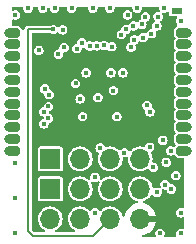
<source format=gbr>
%TF.GenerationSoftware,KiCad,Pcbnew,(5.99.0-10506-gb986797469)*%
%TF.CreationDate,2021-05-05T16:41:54+02:00*%
%TF.ProjectId,ESP31,45535033-312e-46b6-9963-61645f706362,rev?*%
%TF.SameCoordinates,Original*%
%TF.FileFunction,Copper,L3,Inr*%
%TF.FilePolarity,Positive*%
%FSLAX46Y46*%
G04 Gerber Fmt 4.6, Leading zero omitted, Abs format (unit mm)*
G04 Created by KiCad (PCBNEW (5.99.0-10506-gb986797469)) date 2021-05-05 16:41:54*
%MOMM*%
%LPD*%
G01*
G04 APERTURE LIST*
G04 Aperture macros list*
%AMOutline5P*
0 Free polygon, 5 corners , with rotation*
0 The origin of the aperture is its center*
0 number of corners: always 8*
0 $1 to $10 corner X, Y*
0 $11 Rotation angle, in degrees counterclockwise*
0 create outline with 8 corners*
4,1,5,$1,$2,$3,$4,$5,$6,$7,$8,$9,$10,$1,$2,$11*%
%AMOutline6P*
0 Free polygon, 6 corners , with rotation*
0 The origin of the aperture is its center*
0 number of corners: always 6*
0 $1 to $12 corner X, Y*
0 $13 Rotation angle, in degrees counterclockwise*
0 create outline with 6 corners*
4,1,6,$1,$2,$3,$4,$5,$6,$7,$8,$9,$10,$11,$12,$1,$2,$13*%
%AMOutline7P*
0 Free polygon, 7 corners , with rotation*
0 The origin of the aperture is its center*
0 number of corners: always 7*
0 $1 to $14 corner X, Y*
0 $15 Rotation angle, in degrees counterclockwise*
0 create outline with 7 corners*
4,1,7,$1,$2,$3,$4,$5,$6,$7,$8,$9,$10,$11,$12,$13,$14,$1,$2,$15*%
%AMOutline8P*
0 Free polygon, 8 corners , with rotation*
0 The origin of the aperture is its center*
0 number of corners: always 8*
0 $1 to $16 corner X, Y*
0 $17 Rotation angle, in degrees counterclockwise*
0 create outline with 8 corners*
4,1,8,$1,$2,$3,$4,$5,$6,$7,$8,$9,$10,$11,$12,$13,$14,$15,$16,$1,$2,$17*%
G04 Aperture macros list end*
%TA.AperFunction,ComponentPad*%
%ADD10C,0.800000*%
%TD*%
%TA.AperFunction,ComponentPad*%
%ADD11Outline6P,0.200000X-0.400000X-0.400000X-0.400000X-0.400000X0.400000X0.200000X0.400000X0.400000X0.200000X0.400000X-0.200000X180.000000*%
%TD*%
%TA.AperFunction,ComponentPad*%
%ADD12Outline6P,0.200000X-0.400000X-0.400000X-0.400000X-0.400000X0.400000X0.200000X0.400000X0.400000X0.200000X0.400000X-0.200000X0.000000*%
%TD*%
%TA.AperFunction,ComponentPad*%
%ADD13R,0.900000X0.500000*%
%TD*%
%TA.AperFunction,ComponentPad*%
%ADD14R,1.700000X1.700000*%
%TD*%
%TA.AperFunction,ComponentPad*%
%ADD15O,1.700000X1.700000*%
%TD*%
%TA.AperFunction,ViaPad*%
%ADD16C,0.400000*%
%TD*%
%TA.AperFunction,Conductor*%
%ADD17C,0.200000*%
%TD*%
G04 APERTURE END LIST*
D10*
%TO.N,/SD0*%
%TO.C,J8*%
X119000000Y-104500000D03*
D11*
X118500000Y-104500000D03*
%TD*%
D10*
%TO.N,/IO5*%
%TO.C,J10*%
X119000000Y-102500000D03*
D11*
X118500000Y-102500000D03*
%TD*%
D10*
%TO.N,/IO21*%
%TO.C,J15*%
X119000000Y-97500000D03*
D11*
X118500000Y-97500000D03*
%TD*%
D10*
%TO.N,/IO10*%
%TO.C,J12*%
X119000000Y-105500000D03*
D11*
X118500000Y-105500000D03*
%TD*%
D10*
%TO.N,/IO34*%
%TO.C,J23*%
X104000000Y-101500000D03*
D12*
X104500000Y-101500000D03*
%TD*%
D10*
%TO.N,/IO19*%
%TO.C,J14*%
X119000000Y-99500000D03*
D11*
X118500000Y-99500000D03*
%TD*%
D10*
%TO.N,/IO9*%
%TO.C,J11*%
X119000000Y-106500000D03*
D11*
X118500000Y-106500000D03*
%TD*%
D10*
%TO.N,/IO23*%
%TO.C,J17*%
X119000000Y-100500000D03*
D11*
X118500000Y-100500000D03*
%TD*%
D10*
%TO.N,/IO35*%
%TO.C,J24*%
X104000000Y-99500000D03*
D12*
X104500000Y-99500000D03*
%TD*%
D10*
%TO.N,/IO25*%
%TO.C,J18*%
X104000000Y-105500000D03*
D12*
X104500000Y-105500000D03*
%TD*%
D10*
%TO.N,/IO27*%
%TO.C,J20*%
X104000000Y-107500000D03*
D12*
X104500000Y-107500000D03*
%TD*%
D10*
%TO.N,/IO33*%
%TO.C,J22*%
X104000000Y-104500000D03*
D12*
X104500000Y-104500000D03*
%TD*%
D10*
%TO.N,/IO26*%
%TO.C,J19*%
X104000000Y-106500000D03*
D12*
X104500000Y-106500000D03*
%TD*%
D10*
%TO.N,/IO18*%
%TO.C,J13*%
X119000000Y-101500000D03*
D11*
X118500000Y-101500000D03*
%TD*%
D13*
%TO.N,GND*%
%TO.C,AE1*%
X118150000Y-95625000D03*
%TD*%
D10*
%TO.N,/CAPN*%
%TO.C,J5*%
X104000000Y-103500000D03*
D12*
X104500000Y-103500000D03*
%TD*%
D10*
%TO.N,/SENS_VN*%
%TO.C,J6*%
X104000000Y-102500000D03*
D12*
X104500000Y-102500000D03*
%TD*%
D10*
%TO.N,/IO22*%
%TO.C,J16*%
X119000000Y-98500000D03*
D11*
X118500000Y-98500000D03*
%TD*%
D14*
%TO.N,/MTDO*%
%TO.C,J2*%
X107460000Y-108185000D03*
D15*
%TO.N,/MTCK*%
X110000000Y-108185000D03*
%TO.N,/MTDI*%
X112540000Y-108185000D03*
%TO.N,/MTMS*%
X115080000Y-108185000D03*
%TD*%
D10*
%TO.N,/SD1*%
%TO.C,J9*%
X119000000Y-103500000D03*
D11*
X118500000Y-103500000D03*
%TD*%
D10*
%TO.N,/SENS_VP*%
%TO.C,J3*%
X104000000Y-97500000D03*
D12*
X104500000Y-97500000D03*
%TD*%
D10*
%TO.N,/IO32*%
%TO.C,J21*%
X104000000Y-100500000D03*
D12*
X104500000Y-100500000D03*
%TD*%
D10*
%TO.N,/CAPP*%
%TO.C,J4*%
X104000000Y-98500000D03*
D12*
X104500000Y-98500000D03*
%TD*%
D10*
%TO.N,/IO17*%
%TO.C,J7*%
X119000000Y-107500000D03*
D11*
X118500000Y-107500000D03*
%TD*%
D14*
%TO.N,GND*%
%TO.C,J1*%
X107460000Y-110725000D03*
D15*
%TO.N,/IO1*%
X107460000Y-113265000D03*
%TO.N,/IO2*%
X110000000Y-110725000D03*
%TO.N,/IO4*%
X110000000Y-113265000D03*
%TO.N,/IO0*%
X112540000Y-110725000D03*
%TO.N,/EN*%
X112540000Y-113265000D03*
%TO.N,/IO3*%
X115080000Y-110725000D03*
%TO.N,+3V3*%
X115080000Y-113265000D03*
%TD*%
D16*
%TO.N,GND*%
X111250000Y-112750000D03*
X111250000Y-109750000D03*
X116500000Y-111000000D03*
X117072200Y-95427800D03*
X114822200Y-95427800D03*
X112496600Y-95427800D03*
X111072200Y-95427800D03*
X109270800Y-95427800D03*
X107822200Y-95427800D03*
X106822200Y-95427800D03*
X104500000Y-96000000D03*
X105572200Y-95427800D03*
X104500000Y-108500000D03*
X104500000Y-111500000D03*
X104500000Y-114500000D03*
X116750000Y-114500000D03*
X118500000Y-114500000D03*
X118500000Y-112750000D03*
%TO.N,/SD0*%
X117700500Y-110741379D03*
%TO.N,/IO5*%
X113744776Y-107649459D03*
%TO.N,/IO10*%
X117675498Y-107500000D03*
X117178605Y-110379611D03*
%TO.N,/CAPP*%
X112018504Y-98585338D03*
%TO.N,/SD0*%
X117273183Y-108471823D03*
%TO.N,/SENS_VP*%
X112668472Y-98685228D03*
%TO.N,/SD0*%
X111691359Y-107249500D03*
%TO.N,/IO17*%
X118100500Y-109600000D03*
%TO.N,/IO35*%
X108637107Y-98751298D03*
%TO.N,/IO5*%
X116200000Y-108900000D03*
%TO.N,/IO34*%
X109721076Y-98846187D03*
%TO.N,/IO32*%
X108153200Y-99314000D03*
%TO.N,/CAPN*%
X111388365Y-98615321D03*
%TO.N,/IO5*%
X115877458Y-107200000D03*
%TO.N,GND*%
X116027200Y-97586800D03*
X112600000Y-100900000D03*
X113868200Y-97231200D03*
X114579400Y-98094800D03*
X116484400Y-96926400D03*
X116586000Y-96164400D03*
X108508800Y-97256600D03*
X111500000Y-103000000D03*
X113600000Y-100900000D03*
X110500000Y-100900000D03*
X109600000Y-101800000D03*
X106500000Y-99000000D03*
X115519200Y-96164400D03*
X114000000Y-96000000D03*
X115214400Y-96799400D03*
X110000000Y-103100000D03*
X113100000Y-104600000D03*
X118500000Y-96500000D03*
X112800000Y-102400000D03*
X114503200Y-96926400D03*
X113474133Y-97657041D03*
X110200000Y-104600000D03*
X115316000Y-97917000D03*
X114300000Y-98729800D03*
%TO.N,/EN*%
X110133953Y-98374420D03*
X107725000Y-97227600D03*
%TO.N,+3V3*%
X110124000Y-97775000D03*
X113010360Y-97022906D03*
X106922571Y-103200000D03*
X115600000Y-105749500D03*
X115639885Y-102618660D03*
X115639885Y-101118660D03*
X115000000Y-99500000D03*
%TO.N,/IO1*%
X117000000Y-106600000D03*
X115653618Y-103660511D03*
%TO.N,/IO2*%
X107300000Y-104749500D03*
%TO.N,/IO0*%
X106922571Y-105215278D03*
%TO.N,/IO3*%
X115902665Y-104205835D03*
%TO.N,/MTDO*%
X106922571Y-104210679D03*
%TO.N,/MTCK*%
X107305606Y-103749500D03*
%TO.N,/MTDI*%
X107359644Y-102749500D03*
%TO.N,/MTMS*%
X107000000Y-102260453D03*
%TO.N,/SENS_VN*%
X110788082Y-98625893D03*
%TD*%
D17*
%TO.N,/EN*%
X105572400Y-114272400D02*
X106000000Y-114700000D01*
X107725000Y-97227600D02*
X105572400Y-97227600D01*
X111105000Y-114700000D02*
X112540000Y-113265000D01*
X106000000Y-114700000D02*
X111105000Y-114700000D01*
X105572400Y-97227600D02*
X105572400Y-114272400D01*
%TD*%
%TA.AperFunction,Conductor*%
%TO.N,+3V3*%
G36*
X105129092Y-95319707D02*
G01*
X105165056Y-95369207D01*
X105168682Y-95415287D01*
X105166700Y-95427800D01*
X105186547Y-95553106D01*
X105190083Y-95560046D01*
X105217751Y-95614347D01*
X105244144Y-95666147D01*
X105333853Y-95755856D01*
X105340790Y-95759391D01*
X105340792Y-95759392D01*
X105439954Y-95809917D01*
X105446894Y-95813453D01*
X105454588Y-95814672D01*
X105454589Y-95814672D01*
X105564504Y-95832081D01*
X105572200Y-95833300D01*
X105579896Y-95832081D01*
X105689811Y-95814672D01*
X105689812Y-95814672D01*
X105697506Y-95813453D01*
X105704446Y-95809917D01*
X105803608Y-95759392D01*
X105803610Y-95759391D01*
X105810547Y-95755856D01*
X105900256Y-95666147D01*
X105926650Y-95614347D01*
X105954317Y-95560046D01*
X105957853Y-95553106D01*
X105977700Y-95427800D01*
X105975718Y-95415287D01*
X105985289Y-95354856D01*
X106028553Y-95311591D01*
X106073499Y-95300800D01*
X106320901Y-95300800D01*
X106379092Y-95319707D01*
X106415056Y-95369207D01*
X106418682Y-95415287D01*
X106416700Y-95427800D01*
X106436547Y-95553106D01*
X106440083Y-95560046D01*
X106467751Y-95614347D01*
X106494144Y-95666147D01*
X106583853Y-95755856D01*
X106590790Y-95759391D01*
X106590792Y-95759392D01*
X106689954Y-95809917D01*
X106696894Y-95813453D01*
X106704588Y-95814672D01*
X106704589Y-95814672D01*
X106814504Y-95832081D01*
X106822200Y-95833300D01*
X106829896Y-95832081D01*
X106939811Y-95814672D01*
X106939812Y-95814672D01*
X106947506Y-95813453D01*
X106954446Y-95809917D01*
X107053608Y-95759392D01*
X107053610Y-95759391D01*
X107060547Y-95755856D01*
X107150256Y-95666147D01*
X107176650Y-95614347D01*
X107204317Y-95560046D01*
X107207853Y-95553106D01*
X107224419Y-95448515D01*
X107252197Y-95393998D01*
X107306713Y-95366221D01*
X107367145Y-95375793D01*
X107410410Y-95419057D01*
X107419981Y-95448515D01*
X107436547Y-95553106D01*
X107440083Y-95560046D01*
X107467751Y-95614347D01*
X107494144Y-95666147D01*
X107583853Y-95755856D01*
X107590790Y-95759391D01*
X107590792Y-95759392D01*
X107689954Y-95809917D01*
X107696894Y-95813453D01*
X107704588Y-95814672D01*
X107704589Y-95814672D01*
X107814504Y-95832081D01*
X107822200Y-95833300D01*
X107829896Y-95832081D01*
X107939811Y-95814672D01*
X107939812Y-95814672D01*
X107947506Y-95813453D01*
X107954446Y-95809917D01*
X108053608Y-95759392D01*
X108053610Y-95759391D01*
X108060547Y-95755856D01*
X108150256Y-95666147D01*
X108176650Y-95614347D01*
X108204317Y-95560046D01*
X108207853Y-95553106D01*
X108227700Y-95427800D01*
X108225718Y-95415287D01*
X108235289Y-95354856D01*
X108278553Y-95311591D01*
X108323499Y-95300800D01*
X108769501Y-95300800D01*
X108827692Y-95319707D01*
X108863656Y-95369207D01*
X108867282Y-95415287D01*
X108865300Y-95427800D01*
X108885147Y-95553106D01*
X108888683Y-95560046D01*
X108916351Y-95614347D01*
X108942744Y-95666147D01*
X109032453Y-95755856D01*
X109039390Y-95759391D01*
X109039392Y-95759392D01*
X109138554Y-95809917D01*
X109145494Y-95813453D01*
X109153188Y-95814672D01*
X109153189Y-95814672D01*
X109263104Y-95832081D01*
X109270800Y-95833300D01*
X109278496Y-95832081D01*
X109388411Y-95814672D01*
X109388412Y-95814672D01*
X109396106Y-95813453D01*
X109403046Y-95809917D01*
X109502208Y-95759392D01*
X109502210Y-95759391D01*
X109509147Y-95755856D01*
X109598856Y-95666147D01*
X109625250Y-95614347D01*
X109652917Y-95560046D01*
X109656453Y-95553106D01*
X109676300Y-95427800D01*
X109674318Y-95415287D01*
X109683889Y-95354856D01*
X109727153Y-95311591D01*
X109772099Y-95300800D01*
X110570901Y-95300800D01*
X110629092Y-95319707D01*
X110665056Y-95369207D01*
X110668682Y-95415287D01*
X110666700Y-95427800D01*
X110686547Y-95553106D01*
X110690083Y-95560046D01*
X110717751Y-95614347D01*
X110744144Y-95666147D01*
X110833853Y-95755856D01*
X110840790Y-95759391D01*
X110840792Y-95759392D01*
X110939954Y-95809917D01*
X110946894Y-95813453D01*
X110954588Y-95814672D01*
X110954589Y-95814672D01*
X111064504Y-95832081D01*
X111072200Y-95833300D01*
X111079896Y-95832081D01*
X111189811Y-95814672D01*
X111189812Y-95814672D01*
X111197506Y-95813453D01*
X111204446Y-95809917D01*
X111303608Y-95759392D01*
X111303610Y-95759391D01*
X111310547Y-95755856D01*
X111400256Y-95666147D01*
X111426650Y-95614347D01*
X111454317Y-95560046D01*
X111457853Y-95553106D01*
X111477700Y-95427800D01*
X111475718Y-95415287D01*
X111485289Y-95354856D01*
X111528553Y-95311591D01*
X111573499Y-95300800D01*
X111995301Y-95300800D01*
X112053492Y-95319707D01*
X112089456Y-95369207D01*
X112093082Y-95415287D01*
X112091100Y-95427800D01*
X112110947Y-95553106D01*
X112114483Y-95560046D01*
X112142151Y-95614347D01*
X112168544Y-95666147D01*
X112258253Y-95755856D01*
X112265190Y-95759391D01*
X112265192Y-95759392D01*
X112364354Y-95809917D01*
X112371294Y-95813453D01*
X112378988Y-95814672D01*
X112378989Y-95814672D01*
X112488904Y-95832081D01*
X112496600Y-95833300D01*
X112504296Y-95832081D01*
X112614211Y-95814672D01*
X112614212Y-95814672D01*
X112621906Y-95813453D01*
X112628846Y-95809917D01*
X112728008Y-95759392D01*
X112728010Y-95759391D01*
X112734947Y-95755856D01*
X112824656Y-95666147D01*
X112851050Y-95614347D01*
X112878717Y-95560046D01*
X112882253Y-95553106D01*
X112902100Y-95427800D01*
X112900118Y-95415287D01*
X112909689Y-95354856D01*
X112952953Y-95311591D01*
X112997899Y-95300800D01*
X114320901Y-95300800D01*
X114379092Y-95319707D01*
X114415056Y-95369207D01*
X114418682Y-95415287D01*
X114416700Y-95427800D01*
X114436547Y-95553106D01*
X114440083Y-95560046D01*
X114482126Y-95642560D01*
X114484988Y-95660628D01*
X114498288Y-95670291D01*
X114583853Y-95755856D01*
X114590790Y-95759391D01*
X114590792Y-95759392D01*
X114689954Y-95809917D01*
X114696894Y-95813453D01*
X114704588Y-95814672D01*
X114704589Y-95814672D01*
X114814504Y-95832081D01*
X114822200Y-95833300D01*
X114829896Y-95832081D01*
X114939811Y-95814672D01*
X114939812Y-95814672D01*
X114947506Y-95813453D01*
X114954446Y-95809917D01*
X115053608Y-95759392D01*
X115053610Y-95759391D01*
X115060547Y-95755856D01*
X115150256Y-95666147D01*
X115176650Y-95614347D01*
X115204317Y-95560046D01*
X115207853Y-95553106D01*
X115227700Y-95427800D01*
X115225718Y-95415287D01*
X115235289Y-95354856D01*
X115278553Y-95311591D01*
X115323499Y-95300800D01*
X116570901Y-95300800D01*
X116629092Y-95319707D01*
X116665056Y-95369207D01*
X116668682Y-95415287D01*
X116666700Y-95427800D01*
X116686547Y-95553106D01*
X116690082Y-95560044D01*
X116690083Y-95560047D01*
X116721226Y-95621168D01*
X116730797Y-95681600D01*
X116703019Y-95736117D01*
X116648503Y-95763894D01*
X116617530Y-95763894D01*
X116586000Y-95758900D01*
X116578304Y-95760119D01*
X116468389Y-95777528D01*
X116468388Y-95777528D01*
X116460694Y-95778747D01*
X116453754Y-95782283D01*
X116354592Y-95832808D01*
X116354590Y-95832809D01*
X116347653Y-95836344D01*
X116257944Y-95926053D01*
X116254409Y-95932990D01*
X116254408Y-95932992D01*
X116220266Y-96000000D01*
X116200347Y-96039094D01*
X116180500Y-96164400D01*
X116200347Y-96289706D01*
X116203883Y-96296646D01*
X116247433Y-96382117D01*
X116257944Y-96402747D01*
X116287153Y-96431956D01*
X116314930Y-96486473D01*
X116305359Y-96546905D01*
X116262097Y-96590168D01*
X116252996Y-96594806D01*
X116252994Y-96594807D01*
X116246053Y-96598344D01*
X116156344Y-96688053D01*
X116152809Y-96694990D01*
X116152808Y-96694992D01*
X116116423Y-96766403D01*
X116098747Y-96801094D01*
X116097528Y-96808788D01*
X116097528Y-96808789D01*
X116090619Y-96852409D01*
X116078900Y-96926400D01*
X116098747Y-97051706D01*
X116100692Y-97055523D01*
X116100691Y-97114932D01*
X116064727Y-97164432D01*
X116022025Y-97182120D01*
X115995809Y-97186272D01*
X115909589Y-97199928D01*
X115909588Y-97199928D01*
X115901894Y-97201147D01*
X115894954Y-97204683D01*
X115795792Y-97255208D01*
X115795790Y-97255209D01*
X115788853Y-97258744D01*
X115699144Y-97348453D01*
X115695609Y-97355390D01*
X115695608Y-97355392D01*
X115659819Y-97425633D01*
X115641547Y-97461494D01*
X115640328Y-97469188D01*
X115640328Y-97469189D01*
X115637673Y-97485954D01*
X115609896Y-97540471D01*
X115555380Y-97568249D01*
X115494948Y-97558678D01*
X115448249Y-97534884D01*
X115448246Y-97534883D01*
X115441306Y-97531347D01*
X115433612Y-97530128D01*
X115433611Y-97530128D01*
X115323696Y-97512719D01*
X115316000Y-97511500D01*
X115308304Y-97512719D01*
X115198389Y-97530128D01*
X115198388Y-97530128D01*
X115190694Y-97531347D01*
X115183754Y-97534883D01*
X115084592Y-97585408D01*
X115084590Y-97585409D01*
X115077653Y-97588944D01*
X114987944Y-97678653D01*
X114984409Y-97685590D01*
X114984408Y-97685592D01*
X114961267Y-97731010D01*
X114918002Y-97774274D01*
X114857570Y-97783846D01*
X114818782Y-97767779D01*
X114817747Y-97766744D01*
X114704706Y-97709147D01*
X114697012Y-97707928D01*
X114697011Y-97707928D01*
X114587096Y-97690519D01*
X114579400Y-97689300D01*
X114571704Y-97690519D01*
X114461789Y-97707928D01*
X114461788Y-97707928D01*
X114454094Y-97709147D01*
X114447154Y-97712683D01*
X114347992Y-97763208D01*
X114347990Y-97763209D01*
X114341053Y-97766744D01*
X114251344Y-97856453D01*
X114247809Y-97863390D01*
X114247808Y-97863392D01*
X114214811Y-97928153D01*
X114193747Y-97969494D01*
X114192528Y-97977188D01*
X114192528Y-97977189D01*
X114183433Y-98034611D01*
X114173900Y-98094800D01*
X114175119Y-98102496D01*
X114191073Y-98203221D01*
X114193747Y-98220106D01*
X114197283Y-98227046D01*
X114199692Y-98234460D01*
X114197051Y-98235318D01*
X114204625Y-98283077D01*
X114176858Y-98337599D01*
X114151786Y-98355819D01*
X114068592Y-98398208D01*
X114068590Y-98398209D01*
X114061653Y-98401744D01*
X113971944Y-98491453D01*
X113968409Y-98498390D01*
X113968408Y-98498392D01*
X113922098Y-98589282D01*
X113914347Y-98604494D01*
X113894500Y-98729800D01*
X113895719Y-98737496D01*
X113908387Y-98817474D01*
X113914347Y-98855106D01*
X113917883Y-98862046D01*
X113964710Y-98953949D01*
X113971944Y-98968147D01*
X114061653Y-99057856D01*
X114068590Y-99061391D01*
X114068592Y-99061392D01*
X114126168Y-99090728D01*
X114174694Y-99115453D01*
X114182388Y-99116672D01*
X114182389Y-99116672D01*
X114292304Y-99134081D01*
X114300000Y-99135300D01*
X114307696Y-99134081D01*
X114417611Y-99116672D01*
X114417612Y-99116672D01*
X114425306Y-99115453D01*
X114473832Y-99090728D01*
X114531408Y-99061392D01*
X114531410Y-99061391D01*
X114538347Y-99057856D01*
X114628056Y-98968147D01*
X114635291Y-98953949D01*
X114682117Y-98862046D01*
X114685653Y-98855106D01*
X114691614Y-98817474D01*
X114704281Y-98737496D01*
X114705500Y-98729800D01*
X114685653Y-98604494D01*
X114682117Y-98597554D01*
X114679708Y-98590140D01*
X114682349Y-98589282D01*
X114674775Y-98541523D01*
X114702542Y-98487001D01*
X114727614Y-98468781D01*
X114810808Y-98426392D01*
X114810810Y-98426391D01*
X114817747Y-98422856D01*
X114907456Y-98333147D01*
X114916406Y-98315583D01*
X114934133Y-98280790D01*
X114977398Y-98237526D01*
X115037830Y-98227954D01*
X115076618Y-98244021D01*
X115077653Y-98245056D01*
X115094708Y-98253746D01*
X115182261Y-98298356D01*
X115190694Y-98302653D01*
X115198388Y-98303872D01*
X115198389Y-98303872D01*
X115308304Y-98321281D01*
X115316000Y-98322500D01*
X115323696Y-98321281D01*
X115433611Y-98303872D01*
X115433612Y-98303872D01*
X115441306Y-98302653D01*
X115449441Y-98298508D01*
X115547408Y-98248592D01*
X115547410Y-98248591D01*
X115554347Y-98245056D01*
X115644056Y-98155347D01*
X115650339Y-98143017D01*
X115698117Y-98049246D01*
X115701653Y-98042306D01*
X115705527Y-98017845D01*
X115733304Y-97963329D01*
X115787820Y-97935551D01*
X115848252Y-97945122D01*
X115894951Y-97968916D01*
X115894954Y-97968917D01*
X115901894Y-97972453D01*
X115909588Y-97973672D01*
X115909589Y-97973672D01*
X116019504Y-97991081D01*
X116027200Y-97992300D01*
X116034896Y-97991081D01*
X116144811Y-97973672D01*
X116144812Y-97973672D01*
X116152506Y-97972453D01*
X116186652Y-97955055D01*
X116258608Y-97918392D01*
X116258610Y-97918391D01*
X116265547Y-97914856D01*
X116355256Y-97825147D01*
X116373528Y-97789287D01*
X116409317Y-97719046D01*
X116412853Y-97712106D01*
X116420967Y-97660881D01*
X116431481Y-97594496D01*
X116432700Y-97586800D01*
X116412853Y-97461494D01*
X116410908Y-97457677D01*
X116410909Y-97398268D01*
X116446873Y-97348768D01*
X116489575Y-97331080D01*
X116542876Y-97322638D01*
X116602011Y-97313272D01*
X116602012Y-97313272D01*
X116609706Y-97312053D01*
X116616646Y-97308517D01*
X116715808Y-97257992D01*
X116715810Y-97257991D01*
X116722747Y-97254456D01*
X116812456Y-97164747D01*
X116818297Y-97153285D01*
X116866517Y-97058646D01*
X116870053Y-97051706D01*
X116889900Y-96926400D01*
X116878181Y-96852409D01*
X116871272Y-96808789D01*
X116871272Y-96808788D01*
X116870053Y-96801094D01*
X116852377Y-96766403D01*
X116815992Y-96694992D01*
X116815991Y-96694990D01*
X116812456Y-96688053D01*
X116783247Y-96658844D01*
X116755470Y-96604327D01*
X116765041Y-96543895D01*
X116808303Y-96500632D01*
X116817404Y-96495994D01*
X116817407Y-96495992D01*
X116824347Y-96492456D01*
X116914056Y-96402747D01*
X116924568Y-96382117D01*
X116968117Y-96296646D01*
X116971653Y-96289706D01*
X116991500Y-96164400D01*
X116971653Y-96039094D01*
X116968117Y-96032154D01*
X116968117Y-96032153D01*
X116936974Y-95971032D01*
X116927403Y-95910600D01*
X116955181Y-95856083D01*
X117009697Y-95828306D01*
X117040670Y-95828306D01*
X117072200Y-95833300D01*
X117079896Y-95832081D01*
X117189811Y-95814672D01*
X117189812Y-95814672D01*
X117197506Y-95813453D01*
X117204446Y-95809917D01*
X117303608Y-95759392D01*
X117303610Y-95759391D01*
X117310547Y-95755856D01*
X117325496Y-95740907D01*
X117380013Y-95713130D01*
X117440445Y-95722701D01*
X117483710Y-95765966D01*
X117494500Y-95810911D01*
X117494500Y-95875000D01*
X117503213Y-95918800D01*
X117506036Y-95932992D01*
X117510143Y-95953641D01*
X117554690Y-96020310D01*
X117621359Y-96064857D01*
X117630922Y-96066759D01*
X117630924Y-96066760D01*
X117656200Y-96071787D01*
X117700000Y-96080500D01*
X118114089Y-96080500D01*
X118172280Y-96099407D01*
X118208244Y-96148907D01*
X118208244Y-96210093D01*
X118184093Y-96249504D01*
X118171944Y-96261653D01*
X118168409Y-96268590D01*
X118168408Y-96268592D01*
X118138110Y-96328056D01*
X118114347Y-96374694D01*
X118113128Y-96382388D01*
X118113128Y-96382389D01*
X118110338Y-96400005D01*
X118094500Y-96500000D01*
X118095719Y-96507696D01*
X118112826Y-96615701D01*
X118114347Y-96625306D01*
X118117883Y-96632246D01*
X118149854Y-96694992D01*
X118171944Y-96738347D01*
X118205020Y-96771423D01*
X118232797Y-96825940D01*
X118223226Y-96886372D01*
X118205019Y-96911431D01*
X117910587Y-97205862D01*
X117910586Y-97205864D01*
X117899500Y-97216950D01*
X117899500Y-97783050D01*
X118046446Y-97929996D01*
X118074223Y-97984513D01*
X118064652Y-98044945D01*
X118046446Y-98070004D01*
X117899500Y-98216950D01*
X117899500Y-98783050D01*
X118046446Y-98929996D01*
X118074223Y-98984513D01*
X118064652Y-99044945D01*
X118046446Y-99070004D01*
X117899500Y-99216950D01*
X117899500Y-99783050D01*
X118046446Y-99929996D01*
X118074223Y-99984513D01*
X118064652Y-100044945D01*
X118046446Y-100070004D01*
X117899500Y-100216950D01*
X117899500Y-100783050D01*
X118046446Y-100929996D01*
X118074223Y-100984513D01*
X118064652Y-101044945D01*
X118046446Y-101070004D01*
X117899500Y-101216950D01*
X117899500Y-101783050D01*
X118046446Y-101929996D01*
X118074223Y-101984513D01*
X118064652Y-102044945D01*
X118046446Y-102070004D01*
X117899500Y-102216950D01*
X117899500Y-102783050D01*
X118046446Y-102929996D01*
X118074223Y-102984513D01*
X118064652Y-103044945D01*
X118046446Y-103070004D01*
X117899500Y-103216950D01*
X117899500Y-103783050D01*
X118046446Y-103929996D01*
X118074223Y-103984513D01*
X118064652Y-104044945D01*
X118046446Y-104070004D01*
X117899500Y-104216950D01*
X117899500Y-104783050D01*
X118046446Y-104929996D01*
X118074223Y-104984513D01*
X118064652Y-105044945D01*
X118046446Y-105070004D01*
X117899500Y-105216950D01*
X117899500Y-105783050D01*
X118046446Y-105929996D01*
X118074223Y-105984513D01*
X118064652Y-106044945D01*
X118046446Y-106070004D01*
X117899500Y-106216950D01*
X117899500Y-106783050D01*
X118046447Y-106929997D01*
X118074224Y-106984514D01*
X118064653Y-107044946D01*
X118046448Y-107070003D01*
X118021951Y-107094500D01*
X117985017Y-107131433D01*
X117930500Y-107159210D01*
X117870069Y-107149639D01*
X117807744Y-107117883D01*
X117800804Y-107114347D01*
X117793110Y-107113128D01*
X117793109Y-107113128D01*
X117683194Y-107095719D01*
X117675498Y-107094500D01*
X117667802Y-107095719D01*
X117557887Y-107113128D01*
X117557886Y-107113128D01*
X117550192Y-107114347D01*
X117543252Y-107117883D01*
X117444090Y-107168408D01*
X117444088Y-107168409D01*
X117437151Y-107171944D01*
X117347442Y-107261653D01*
X117343907Y-107268590D01*
X117343906Y-107268592D01*
X117293709Y-107367111D01*
X117289845Y-107374694D01*
X117288626Y-107382388D01*
X117288626Y-107382389D01*
X117279763Y-107438347D01*
X117269998Y-107500000D01*
X117271217Y-107507696D01*
X117285979Y-107600895D01*
X117289845Y-107625306D01*
X117293381Y-107632246D01*
X117335223Y-107714365D01*
X117347442Y-107738347D01*
X117437151Y-107828056D01*
X117444088Y-107831591D01*
X117444090Y-107831592D01*
X117543252Y-107882117D01*
X117550192Y-107885653D01*
X117557886Y-107886872D01*
X117557887Y-107886872D01*
X117667802Y-107904281D01*
X117675498Y-107905500D01*
X117683194Y-107904281D01*
X117793109Y-107886872D01*
X117793110Y-107886872D01*
X117800804Y-107885653D01*
X117870069Y-107850361D01*
X117930500Y-107840790D01*
X117985017Y-107868567D01*
X118216950Y-108100500D01*
X118701000Y-108100500D01*
X118759191Y-108119407D01*
X118795155Y-108168907D01*
X118800000Y-108199500D01*
X118800000Y-112291804D01*
X118781093Y-112349995D01*
X118731593Y-112385959D01*
X118670407Y-112385959D01*
X118656056Y-112380014D01*
X118632250Y-112367884D01*
X118632244Y-112367882D01*
X118625306Y-112364347D01*
X118617612Y-112363128D01*
X118617611Y-112363128D01*
X118507696Y-112345719D01*
X118500000Y-112344500D01*
X118492304Y-112345719D01*
X118382389Y-112363128D01*
X118382388Y-112363128D01*
X118374694Y-112364347D01*
X118367754Y-112367883D01*
X118268592Y-112418408D01*
X118268590Y-112418409D01*
X118261653Y-112421944D01*
X118171944Y-112511653D01*
X118168409Y-112518590D01*
X118168408Y-112518592D01*
X118117883Y-112617754D01*
X118114347Y-112624694D01*
X118113128Y-112632388D01*
X118113128Y-112632389D01*
X118106709Y-112672919D01*
X118094500Y-112750000D01*
X118095719Y-112757696D01*
X118113097Y-112867412D01*
X118114347Y-112875306D01*
X118171944Y-112988347D01*
X118261653Y-113078056D01*
X118268590Y-113081591D01*
X118268592Y-113081592D01*
X118367752Y-113132116D01*
X118374694Y-113135653D01*
X118382388Y-113136872D01*
X118382389Y-113136872D01*
X118492304Y-113154281D01*
X118500000Y-113155500D01*
X118507696Y-113154281D01*
X118617611Y-113136872D01*
X118617612Y-113136872D01*
X118625306Y-113135653D01*
X118632244Y-113132118D01*
X118632250Y-113132116D01*
X118656056Y-113119986D01*
X118716488Y-113110415D01*
X118771004Y-113138193D01*
X118798781Y-113192710D01*
X118800000Y-113208196D01*
X118800000Y-114041804D01*
X118781093Y-114099995D01*
X118731593Y-114135959D01*
X118670407Y-114135959D01*
X118656056Y-114130014D01*
X118632250Y-114117884D01*
X118632244Y-114117882D01*
X118625306Y-114114347D01*
X118617612Y-114113128D01*
X118617611Y-114113128D01*
X118507696Y-114095719D01*
X118500000Y-114094500D01*
X118492304Y-114095719D01*
X118382389Y-114113128D01*
X118382388Y-114113128D01*
X118374694Y-114114347D01*
X118367754Y-114117883D01*
X118268592Y-114168408D01*
X118268590Y-114168409D01*
X118261653Y-114171944D01*
X118171944Y-114261653D01*
X118168409Y-114268590D01*
X118168408Y-114268592D01*
X118117883Y-114367754D01*
X118114347Y-114374694D01*
X118113128Y-114382388D01*
X118113128Y-114382389D01*
X118100753Y-114460520D01*
X118094500Y-114500000D01*
X118095719Y-114507696D01*
X118104184Y-114561138D01*
X118114347Y-114625306D01*
X118117882Y-114632244D01*
X118117884Y-114632250D01*
X118130014Y-114656056D01*
X118139585Y-114716488D01*
X118111807Y-114771004D01*
X118057290Y-114798781D01*
X118041804Y-114800000D01*
X117208196Y-114800000D01*
X117150005Y-114781093D01*
X117114041Y-114731593D01*
X117114041Y-114670407D01*
X117119986Y-114656056D01*
X117132116Y-114632250D01*
X117132118Y-114632244D01*
X117135653Y-114625306D01*
X117145817Y-114561138D01*
X117154281Y-114507696D01*
X117155500Y-114500000D01*
X117149247Y-114460520D01*
X117136872Y-114382389D01*
X117136872Y-114382388D01*
X117135653Y-114374694D01*
X117132117Y-114367754D01*
X117081592Y-114268592D01*
X117081591Y-114268590D01*
X117078056Y-114261653D01*
X116988347Y-114171944D01*
X116981410Y-114168409D01*
X116981408Y-114168408D01*
X116882246Y-114117883D01*
X116875306Y-114114347D01*
X116867612Y-114113128D01*
X116867611Y-114113128D01*
X116757696Y-114095719D01*
X116750000Y-114094500D01*
X116742304Y-114095719D01*
X116632389Y-114113128D01*
X116632388Y-114113128D01*
X116624694Y-114114347D01*
X116617754Y-114117883D01*
X116518592Y-114168408D01*
X116518590Y-114168409D01*
X116511653Y-114171944D01*
X116421944Y-114261653D01*
X116418409Y-114268590D01*
X116418408Y-114268592D01*
X116367883Y-114367754D01*
X116364347Y-114374694D01*
X116363128Y-114382388D01*
X116363128Y-114382389D01*
X116350753Y-114460520D01*
X116344500Y-114500000D01*
X116345719Y-114507696D01*
X116354184Y-114561138D01*
X116364347Y-114625306D01*
X116367882Y-114632244D01*
X116367884Y-114632250D01*
X116380014Y-114656056D01*
X116389585Y-114716488D01*
X116361807Y-114771004D01*
X116307290Y-114798781D01*
X116291804Y-114800000D01*
X115348917Y-114800000D01*
X115290726Y-114781093D01*
X115254762Y-114731593D01*
X115254762Y-114670407D01*
X115290726Y-114620907D01*
X115337796Y-114602627D01*
X115342907Y-114602049D01*
X115351103Y-114600412D01*
X115564432Y-114538635D01*
X115572224Y-114535644D01*
X115772099Y-114438806D01*
X115779281Y-114434541D01*
X115959970Y-114305419D01*
X115966346Y-114299992D01*
X116122691Y-114142277D01*
X116128055Y-114135861D01*
X116255596Y-113954053D01*
X116259805Y-113946821D01*
X116354887Y-113746125D01*
X116357815Y-113738297D01*
X116416299Y-113529535D01*
X116414595Y-113521552D01*
X116412724Y-113519870D01*
X116408621Y-113519000D01*
X114925000Y-113519000D01*
X114866809Y-113500093D01*
X114830845Y-113450593D01*
X114826000Y-113420000D01*
X114826000Y-113110000D01*
X114844907Y-113051809D01*
X114894407Y-113015845D01*
X114925000Y-113011000D01*
X116401514Y-113011000D01*
X116413341Y-113007157D01*
X116413638Y-112997299D01*
X116366665Y-112816320D01*
X116363892Y-112808446D01*
X116272673Y-112605946D01*
X116268610Y-112598646D01*
X116144585Y-112414425D01*
X116139337Y-112407898D01*
X115986046Y-112247207D01*
X115979787Y-112241670D01*
X115801609Y-112109102D01*
X115794500Y-112104694D01*
X115596529Y-112004040D01*
X115588791Y-112000898D01*
X115376687Y-111935039D01*
X115368527Y-111933245D01*
X115366424Y-111932966D01*
X115365712Y-111932626D01*
X115364431Y-111932344D01*
X115364497Y-111932045D01*
X115311221Y-111906579D01*
X115282071Y-111852784D01*
X115290108Y-111792129D01*
X115332262Y-111747782D01*
X115352805Y-111739471D01*
X115402022Y-111725729D01*
X115461695Y-111709068D01*
X115492089Y-111693715D01*
X115641244Y-111618371D01*
X115641246Y-111618370D01*
X115645565Y-111616188D01*
X115807893Y-111489363D01*
X115811055Y-111485700D01*
X115811060Y-111485695D01*
X115897413Y-111385653D01*
X115942496Y-111333424D01*
X115998272Y-111235241D01*
X116043455Y-111193984D01*
X116104259Y-111187164D01*
X116157460Y-111217387D01*
X116164446Y-111225953D01*
X116168407Y-111231405D01*
X116171944Y-111238347D01*
X116261653Y-111328056D01*
X116268590Y-111331591D01*
X116268592Y-111331592D01*
X116367754Y-111382117D01*
X116374694Y-111385653D01*
X116382388Y-111386872D01*
X116382389Y-111386872D01*
X116492304Y-111404281D01*
X116500000Y-111405500D01*
X116507696Y-111404281D01*
X116617611Y-111386872D01*
X116617612Y-111386872D01*
X116625306Y-111385653D01*
X116632246Y-111382117D01*
X116731408Y-111331592D01*
X116731410Y-111331591D01*
X116738347Y-111328056D01*
X116828056Y-111238347D01*
X116859085Y-111177450D01*
X116882117Y-111132246D01*
X116885653Y-111125306D01*
X116905500Y-111000000D01*
X116885653Y-110874694D01*
X116882117Y-110867754D01*
X116882103Y-110867711D01*
X116882104Y-110806525D01*
X116918069Y-110757026D01*
X116976260Y-110738120D01*
X117021204Y-110748911D01*
X117046356Y-110761727D01*
X117046359Y-110761728D01*
X117053299Y-110765264D01*
X117060993Y-110766483D01*
X117060994Y-110766483D01*
X117170909Y-110783892D01*
X117178605Y-110785111D01*
X117186301Y-110783892D01*
X117186304Y-110783892D01*
X117201129Y-110781544D01*
X117261561Y-110791116D01*
X117304825Y-110834380D01*
X117310491Y-110851818D01*
X117311221Y-110851581D01*
X117313628Y-110858990D01*
X117314847Y-110866685D01*
X117318383Y-110873625D01*
X117342108Y-110920187D01*
X117372444Y-110979726D01*
X117462153Y-111069435D01*
X117469090Y-111072970D01*
X117469092Y-111072971D01*
X117557238Y-111117883D01*
X117575194Y-111127032D01*
X117582888Y-111128251D01*
X117582889Y-111128251D01*
X117692804Y-111145660D01*
X117700500Y-111146879D01*
X117708196Y-111145660D01*
X117818111Y-111128251D01*
X117818112Y-111128251D01*
X117825806Y-111127032D01*
X117843762Y-111117883D01*
X117931908Y-111072971D01*
X117931910Y-111072970D01*
X117938847Y-111069435D01*
X118028556Y-110979726D01*
X118058893Y-110920187D01*
X118082617Y-110873625D01*
X118086153Y-110866685D01*
X118106000Y-110741379D01*
X118086153Y-110616073D01*
X118064250Y-110573086D01*
X118032092Y-110509971D01*
X118032091Y-110509969D01*
X118028556Y-110503032D01*
X117938847Y-110413323D01*
X117931910Y-110409788D01*
X117931908Y-110409787D01*
X117832746Y-110359262D01*
X117825806Y-110355726D01*
X117818112Y-110354507D01*
X117818111Y-110354507D01*
X117708196Y-110337098D01*
X117700500Y-110335879D01*
X117692804Y-110337098D01*
X117692801Y-110337098D01*
X117677976Y-110339446D01*
X117617544Y-110329874D01*
X117574280Y-110286610D01*
X117568614Y-110269172D01*
X117567884Y-110269409D01*
X117565477Y-110261999D01*
X117564258Y-110254305D01*
X117513915Y-110155500D01*
X117510197Y-110148203D01*
X117510196Y-110148201D01*
X117506661Y-110141264D01*
X117416952Y-110051555D01*
X117410015Y-110048020D01*
X117410013Y-110048019D01*
X117310851Y-109997494D01*
X117303911Y-109993958D01*
X117296217Y-109992739D01*
X117296216Y-109992739D01*
X117186301Y-109975330D01*
X117178605Y-109974111D01*
X117170909Y-109975330D01*
X117060994Y-109992739D01*
X117060993Y-109992739D01*
X117053299Y-109993958D01*
X117046359Y-109997494D01*
X116947197Y-110048019D01*
X116947195Y-110048020D01*
X116940258Y-110051555D01*
X116850549Y-110141264D01*
X116847014Y-110148201D01*
X116847013Y-110148203D01*
X116843295Y-110155500D01*
X116792952Y-110254305D01*
X116773105Y-110379611D01*
X116792952Y-110504917D01*
X116796488Y-110511857D01*
X116796502Y-110511900D01*
X116796501Y-110573086D01*
X116760536Y-110622585D01*
X116702345Y-110641491D01*
X116657401Y-110630700D01*
X116632249Y-110617884D01*
X116632246Y-110617883D01*
X116625306Y-110614347D01*
X116617612Y-110613128D01*
X116617611Y-110613128D01*
X116507696Y-110595719D01*
X116500000Y-110594500D01*
X116492304Y-110595719D01*
X116382389Y-110613128D01*
X116382388Y-110613128D01*
X116374694Y-110614347D01*
X116367754Y-110617883D01*
X116265859Y-110669801D01*
X116205427Y-110679372D01*
X116150910Y-110651594D01*
X116122387Y-110591252D01*
X116115872Y-110524806D01*
X116115869Y-110524792D01*
X116115398Y-110519986D01*
X116112493Y-110510362D01*
X116084857Y-110418829D01*
X116055858Y-110322780D01*
X115959148Y-110140895D01*
X115828952Y-109981259D01*
X115715299Y-109887237D01*
X115673955Y-109853034D01*
X115673953Y-109853033D01*
X115670228Y-109849951D01*
X115561051Y-109790918D01*
X115493277Y-109754273D01*
X115493276Y-109754272D01*
X115489023Y-109751973D01*
X115399532Y-109724271D01*
X115296859Y-109692488D01*
X115296855Y-109692487D01*
X115292238Y-109691058D01*
X115287431Y-109690553D01*
X115287427Y-109690552D01*
X115092185Y-109670032D01*
X115092183Y-109670032D01*
X115087369Y-109669526D01*
X115019372Y-109675714D01*
X114887039Y-109687757D01*
X114887036Y-109687758D01*
X114882219Y-109688196D01*
X114877577Y-109689562D01*
X114877573Y-109689563D01*
X114689250Y-109744989D01*
X114689247Y-109744990D01*
X114684603Y-109746357D01*
X114680309Y-109748602D01*
X114506344Y-109839548D01*
X114506340Y-109839551D01*
X114502047Y-109841795D01*
X114498271Y-109844831D01*
X114498268Y-109844833D01*
X114370244Y-109947767D01*
X114341505Y-109970874D01*
X114276773Y-110048019D01*
X114212202Y-110124971D01*
X114212199Y-110124975D01*
X114209093Y-110128677D01*
X114109853Y-110309194D01*
X114108389Y-110313808D01*
X114108388Y-110313811D01*
X114087515Y-110379611D01*
X114047565Y-110505549D01*
X114047025Y-110510361D01*
X114047025Y-110510362D01*
X114031184Y-110651594D01*
X114024603Y-110710263D01*
X114030786Y-110783892D01*
X114038321Y-110873625D01*
X114041840Y-110915538D01*
X114043173Y-110920186D01*
X114043173Y-110920187D01*
X114093507Y-111095719D01*
X114098621Y-111113555D01*
X114192782Y-111296773D01*
X114320737Y-111458212D01*
X114324417Y-111461344D01*
X114324419Y-111461346D01*
X114437837Y-111557872D01*
X114477612Y-111591723D01*
X114481835Y-111594083D01*
X114481839Y-111594086D01*
X114588401Y-111653641D01*
X114657432Y-111692221D01*
X114718921Y-111712200D01*
X114816122Y-111743783D01*
X114865622Y-111779747D01*
X114884529Y-111837938D01*
X114865622Y-111896129D01*
X114816121Y-111932093D01*
X114805858Y-111934828D01*
X114692430Y-111958627D01*
X114684434Y-111961026D01*
X114477855Y-112042608D01*
X114470382Y-112046317D01*
X114280508Y-112161536D01*
X114273761Y-112166456D01*
X114106019Y-112312015D01*
X114100190Y-112318009D01*
X113959380Y-112489739D01*
X113954637Y-112496641D01*
X113844775Y-112689640D01*
X113841268Y-112697230D01*
X113765493Y-112905986D01*
X113763314Y-112914064D01*
X113749658Y-112989583D01*
X113720698Y-113043481D01*
X113665589Y-113070063D01*
X113605380Y-113059175D01*
X113563069Y-113014978D01*
X113557463Y-113000581D01*
X113517257Y-112867412D01*
X113517255Y-112867407D01*
X113515858Y-112862780D01*
X113419148Y-112680895D01*
X113288952Y-112521259D01*
X113250851Y-112489739D01*
X113133955Y-112393034D01*
X113133953Y-112393033D01*
X113130228Y-112389951D01*
X112949023Y-112291973D01*
X112885952Y-112272449D01*
X112756859Y-112232488D01*
X112756855Y-112232487D01*
X112752238Y-112231058D01*
X112747431Y-112230553D01*
X112747427Y-112230552D01*
X112552185Y-112210032D01*
X112552183Y-112210032D01*
X112547369Y-112209526D01*
X112479372Y-112215714D01*
X112347039Y-112227757D01*
X112347036Y-112227758D01*
X112342219Y-112228196D01*
X112337577Y-112229562D01*
X112337573Y-112229563D01*
X112149250Y-112284989D01*
X112149247Y-112284990D01*
X112144603Y-112286357D01*
X112140309Y-112288602D01*
X111966344Y-112379548D01*
X111966340Y-112379551D01*
X111962047Y-112381795D01*
X111958271Y-112384831D01*
X111958268Y-112384833D01*
X111835431Y-112483597D01*
X111801505Y-112510874D01*
X111798396Y-112514579D01*
X111798392Y-112514583D01*
X111758375Y-112562274D01*
X111706487Y-112594698D01*
X111645451Y-112590430D01*
X111598580Y-112551102D01*
X111594327Y-112543585D01*
X111581594Y-112518595D01*
X111581591Y-112518591D01*
X111578056Y-112511653D01*
X111488347Y-112421944D01*
X111481410Y-112418409D01*
X111481408Y-112418408D01*
X111382246Y-112367883D01*
X111375306Y-112364347D01*
X111367612Y-112363128D01*
X111367611Y-112363128D01*
X111257696Y-112345719D01*
X111250000Y-112344500D01*
X111242304Y-112345719D01*
X111132389Y-112363128D01*
X111132388Y-112363128D01*
X111124694Y-112364347D01*
X111117754Y-112367883D01*
X111018592Y-112418408D01*
X111018590Y-112418409D01*
X111011653Y-112421944D01*
X110921944Y-112511653D01*
X110918408Y-112518592D01*
X110913827Y-112524898D01*
X110911184Y-112522977D01*
X110878090Y-112556068D01*
X110817658Y-112565636D01*
X110763142Y-112537856D01*
X110756429Y-112530426D01*
X110752017Y-112525016D01*
X110752012Y-112525011D01*
X110748952Y-112521259D01*
X110675661Y-112460627D01*
X110593955Y-112393034D01*
X110593953Y-112393033D01*
X110590228Y-112389951D01*
X110409023Y-112291973D01*
X110345952Y-112272449D01*
X110216859Y-112232488D01*
X110216855Y-112232487D01*
X110212238Y-112231058D01*
X110207431Y-112230553D01*
X110207427Y-112230552D01*
X110012185Y-112210032D01*
X110012183Y-112210032D01*
X110007369Y-112209526D01*
X109939372Y-112215714D01*
X109807039Y-112227757D01*
X109807036Y-112227758D01*
X109802219Y-112228196D01*
X109797577Y-112229562D01*
X109797573Y-112229563D01*
X109609250Y-112284989D01*
X109609247Y-112284990D01*
X109604603Y-112286357D01*
X109600309Y-112288602D01*
X109426344Y-112379548D01*
X109426340Y-112379551D01*
X109422047Y-112381795D01*
X109418271Y-112384831D01*
X109418268Y-112384833D01*
X109295431Y-112483597D01*
X109261505Y-112510874D01*
X109194750Y-112590430D01*
X109132202Y-112664971D01*
X109132199Y-112664975D01*
X109129093Y-112668677D01*
X109029853Y-112849194D01*
X109028389Y-112853808D01*
X109028388Y-112853811D01*
X109019368Y-112882246D01*
X108967565Y-113045549D01*
X108967025Y-113050361D01*
X108967025Y-113050362D01*
X108945182Y-113245104D01*
X108944603Y-113250263D01*
X108952092Y-113339445D01*
X108961425Y-113450593D01*
X108961840Y-113455538D01*
X108963173Y-113460186D01*
X108963173Y-113460187D01*
X109017285Y-113648897D01*
X109017286Y-113648900D01*
X109018621Y-113653555D01*
X109112782Y-113836773D01*
X109240737Y-113998212D01*
X109244417Y-114001344D01*
X109244419Y-114001346D01*
X109273029Y-114025695D01*
X109397612Y-114131723D01*
X109401835Y-114134083D01*
X109401839Y-114134086D01*
X109544974Y-114214081D01*
X109586546Y-114258974D01*
X109593791Y-114319729D01*
X109563941Y-114373139D01*
X109508398Y-114398804D01*
X109496676Y-114399500D01*
X107959448Y-114399500D01*
X107901257Y-114380593D01*
X107865293Y-114331093D01*
X107865293Y-114269907D01*
X107901257Y-114220407D01*
X107914811Y-114212134D01*
X108021244Y-114158371D01*
X108021246Y-114158370D01*
X108025565Y-114156188D01*
X108187893Y-114029363D01*
X108191055Y-114025700D01*
X108191060Y-114025695D01*
X108319332Y-113877089D01*
X108322496Y-113873424D01*
X108345766Y-113832463D01*
X108421858Y-113698517D01*
X108421859Y-113698514D01*
X108424247Y-113694311D01*
X108436374Y-113657858D01*
X108487743Y-113503435D01*
X108487743Y-113503433D01*
X108489270Y-113498844D01*
X108494154Y-113460187D01*
X108514740Y-113297225D01*
X108515088Y-113294471D01*
X108515500Y-113265000D01*
X108515230Y-113262244D01*
X108495870Y-113064796D01*
X108495869Y-113064792D01*
X108495398Y-113059986D01*
X108492493Y-113050362D01*
X108471674Y-112981408D01*
X108435858Y-112862780D01*
X108339148Y-112680895D01*
X108208952Y-112521259D01*
X108170851Y-112489739D01*
X108053955Y-112393034D01*
X108053953Y-112393033D01*
X108050228Y-112389951D01*
X107869023Y-112291973D01*
X107805952Y-112272449D01*
X107676859Y-112232488D01*
X107676855Y-112232487D01*
X107672238Y-112231058D01*
X107667431Y-112230553D01*
X107667427Y-112230552D01*
X107472185Y-112210032D01*
X107472183Y-112210032D01*
X107467369Y-112209526D01*
X107399372Y-112215714D01*
X107267039Y-112227757D01*
X107267036Y-112227758D01*
X107262219Y-112228196D01*
X107257577Y-112229562D01*
X107257573Y-112229563D01*
X107069250Y-112284989D01*
X107069247Y-112284990D01*
X107064603Y-112286357D01*
X107060309Y-112288602D01*
X106886344Y-112379548D01*
X106886340Y-112379551D01*
X106882047Y-112381795D01*
X106878271Y-112384831D01*
X106878268Y-112384833D01*
X106755431Y-112483597D01*
X106721505Y-112510874D01*
X106654750Y-112590430D01*
X106592202Y-112664971D01*
X106592199Y-112664975D01*
X106589093Y-112668677D01*
X106489853Y-112849194D01*
X106488389Y-112853808D01*
X106488388Y-112853811D01*
X106479368Y-112882246D01*
X106427565Y-113045549D01*
X106427025Y-113050361D01*
X106427025Y-113050362D01*
X106405182Y-113245104D01*
X106404603Y-113250263D01*
X106412092Y-113339445D01*
X106421425Y-113450593D01*
X106421840Y-113455538D01*
X106423173Y-113460186D01*
X106423173Y-113460187D01*
X106477285Y-113648897D01*
X106477286Y-113648900D01*
X106478621Y-113653555D01*
X106572782Y-113836773D01*
X106700737Y-113998212D01*
X106704417Y-114001344D01*
X106704419Y-114001346D01*
X106733029Y-114025695D01*
X106857612Y-114131723D01*
X106861835Y-114134083D01*
X106861839Y-114134086D01*
X107004974Y-114214081D01*
X107046546Y-114258974D01*
X107053791Y-114319729D01*
X107023941Y-114373139D01*
X106968398Y-114398804D01*
X106956676Y-114399500D01*
X106165478Y-114399500D01*
X106107287Y-114380593D01*
X106095474Y-114370503D01*
X105901896Y-114176924D01*
X105874119Y-114122408D01*
X105872900Y-114106921D01*
X105872900Y-109875000D01*
X106404500Y-109875000D01*
X106404500Y-111575000D01*
X106420143Y-111653641D01*
X106464690Y-111720310D01*
X106531359Y-111764857D01*
X106540922Y-111766759D01*
X106540924Y-111766760D01*
X106566200Y-111771787D01*
X106610000Y-111780500D01*
X108310000Y-111780500D01*
X108353800Y-111771787D01*
X108379076Y-111766760D01*
X108379078Y-111766759D01*
X108388641Y-111764857D01*
X108455310Y-111720310D01*
X108499857Y-111653641D01*
X108515500Y-111575000D01*
X108515500Y-110710263D01*
X108944603Y-110710263D01*
X108950786Y-110783892D01*
X108958321Y-110873625D01*
X108961840Y-110915538D01*
X108963173Y-110920186D01*
X108963173Y-110920187D01*
X109013507Y-111095719D01*
X109018621Y-111113555D01*
X109112782Y-111296773D01*
X109240737Y-111458212D01*
X109244417Y-111461344D01*
X109244419Y-111461346D01*
X109357837Y-111557872D01*
X109397612Y-111591723D01*
X109401835Y-111594083D01*
X109401839Y-111594086D01*
X109508401Y-111653641D01*
X109577432Y-111692221D01*
X109582030Y-111693715D01*
X109768742Y-111754382D01*
X109768745Y-111754383D01*
X109773347Y-111755878D01*
X109977895Y-111780269D01*
X109982717Y-111779898D01*
X109982720Y-111779898D01*
X110178458Y-111764837D01*
X110178463Y-111764836D01*
X110183286Y-111764465D01*
X110381695Y-111709068D01*
X110412089Y-111693715D01*
X110561244Y-111618371D01*
X110561246Y-111618370D01*
X110565565Y-111616188D01*
X110727893Y-111489363D01*
X110731055Y-111485700D01*
X110731060Y-111485695D01*
X110817413Y-111385653D01*
X110862496Y-111333424D01*
X110865546Y-111328056D01*
X110961858Y-111158517D01*
X110961859Y-111158514D01*
X110964247Y-111154311D01*
X110966720Y-111146879D01*
X111027743Y-110963435D01*
X111027743Y-110963433D01*
X111029270Y-110958844D01*
X111034154Y-110920187D01*
X111051668Y-110781544D01*
X111055088Y-110754471D01*
X111055164Y-110749075D01*
X111055461Y-110727776D01*
X111055500Y-110725000D01*
X111054055Y-110710263D01*
X111035870Y-110524796D01*
X111035869Y-110524792D01*
X111035398Y-110519986D01*
X111032493Y-110510362D01*
X111004857Y-110418829D01*
X110975858Y-110322780D01*
X110973587Y-110318508D01*
X110973585Y-110318503D01*
X110931492Y-110239338D01*
X110920868Y-110179083D01*
X110947690Y-110124090D01*
X111001713Y-110095365D01*
X111063849Y-110104651D01*
X111124694Y-110135653D01*
X111132388Y-110136872D01*
X111132389Y-110136872D01*
X111242304Y-110154281D01*
X111250000Y-110155500D01*
X111257696Y-110154281D01*
X111367611Y-110136872D01*
X111367612Y-110136872D01*
X111375306Y-110135653D01*
X111488347Y-110078056D01*
X111489383Y-110080088D01*
X111536884Y-110064650D01*
X111595076Y-110083553D01*
X111631044Y-110133050D01*
X111631049Y-110194235D01*
X111623647Y-110211343D01*
X111569853Y-110309194D01*
X111568389Y-110313808D01*
X111568388Y-110313811D01*
X111547515Y-110379611D01*
X111507565Y-110505549D01*
X111507025Y-110510361D01*
X111507025Y-110510362D01*
X111491184Y-110651594D01*
X111484603Y-110710263D01*
X111490786Y-110783892D01*
X111498321Y-110873625D01*
X111501840Y-110915538D01*
X111503173Y-110920186D01*
X111503173Y-110920187D01*
X111553507Y-111095719D01*
X111558621Y-111113555D01*
X111652782Y-111296773D01*
X111780737Y-111458212D01*
X111784417Y-111461344D01*
X111784419Y-111461346D01*
X111897837Y-111557872D01*
X111937612Y-111591723D01*
X111941835Y-111594083D01*
X111941839Y-111594086D01*
X112048401Y-111653641D01*
X112117432Y-111692221D01*
X112122030Y-111693715D01*
X112308742Y-111754382D01*
X112308745Y-111754383D01*
X112313347Y-111755878D01*
X112517895Y-111780269D01*
X112522717Y-111779898D01*
X112522720Y-111779898D01*
X112718458Y-111764837D01*
X112718463Y-111764836D01*
X112723286Y-111764465D01*
X112921695Y-111709068D01*
X112952089Y-111693715D01*
X113101244Y-111618371D01*
X113101246Y-111618370D01*
X113105565Y-111616188D01*
X113267893Y-111489363D01*
X113271055Y-111485700D01*
X113271060Y-111485695D01*
X113357413Y-111385653D01*
X113402496Y-111333424D01*
X113405546Y-111328056D01*
X113501858Y-111158517D01*
X113501859Y-111158514D01*
X113504247Y-111154311D01*
X113506720Y-111146879D01*
X113567743Y-110963435D01*
X113567743Y-110963433D01*
X113569270Y-110958844D01*
X113574154Y-110920187D01*
X113591668Y-110781544D01*
X113595088Y-110754471D01*
X113595164Y-110749075D01*
X113595461Y-110727776D01*
X113595500Y-110725000D01*
X113594055Y-110710263D01*
X113575870Y-110524796D01*
X113575869Y-110524792D01*
X113575398Y-110519986D01*
X113572493Y-110510362D01*
X113544857Y-110418829D01*
X113515858Y-110322780D01*
X113419148Y-110140895D01*
X113288952Y-109981259D01*
X113175299Y-109887237D01*
X113133955Y-109853034D01*
X113133953Y-109853033D01*
X113130228Y-109849951D01*
X113021051Y-109790918D01*
X112953277Y-109754273D01*
X112953276Y-109754272D01*
X112949023Y-109751973D01*
X112859532Y-109724271D01*
X112756859Y-109692488D01*
X112756855Y-109692487D01*
X112752238Y-109691058D01*
X112747431Y-109690553D01*
X112747427Y-109690552D01*
X112552185Y-109670032D01*
X112552183Y-109670032D01*
X112547369Y-109669526D01*
X112479372Y-109675714D01*
X112347039Y-109687757D01*
X112347036Y-109687758D01*
X112342219Y-109688196D01*
X112337577Y-109689562D01*
X112337573Y-109689563D01*
X112149250Y-109744989D01*
X112149247Y-109744990D01*
X112144603Y-109746357D01*
X112140309Y-109748602D01*
X111966344Y-109839548D01*
X111966340Y-109839551D01*
X111962047Y-109841795D01*
X111958271Y-109844831D01*
X111958268Y-109844833D01*
X111878767Y-109908754D01*
X111801505Y-109970874D01*
X111798458Y-109974505D01*
X111743677Y-110001694D01*
X111683349Y-109991486D01*
X111640543Y-109947767D01*
X111631610Y-109887237D01*
X111633505Y-109879521D01*
X111635653Y-109875306D01*
X111655500Y-109750000D01*
X111646084Y-109690552D01*
X111636872Y-109632389D01*
X111636872Y-109632388D01*
X111635653Y-109624694D01*
X111623071Y-109600000D01*
X117695000Y-109600000D01*
X117696219Y-109607696D01*
X117709423Y-109691058D01*
X117714847Y-109725306D01*
X117718383Y-109732246D01*
X117755924Y-109805924D01*
X117772444Y-109838347D01*
X117862153Y-109928056D01*
X117869090Y-109931591D01*
X117869092Y-109931592D01*
X117966570Y-109981259D01*
X117975194Y-109985653D01*
X117982888Y-109986872D01*
X117982889Y-109986872D01*
X118092804Y-110004281D01*
X118100500Y-110005500D01*
X118108196Y-110004281D01*
X118218111Y-109986872D01*
X118218112Y-109986872D01*
X118225806Y-109985653D01*
X118234430Y-109981259D01*
X118331908Y-109931592D01*
X118331910Y-109931591D01*
X118338847Y-109928056D01*
X118428556Y-109838347D01*
X118445077Y-109805924D01*
X118482617Y-109732246D01*
X118486153Y-109725306D01*
X118491578Y-109691058D01*
X118504781Y-109607696D01*
X118506000Y-109600000D01*
X118486153Y-109474694D01*
X118428556Y-109361653D01*
X118338847Y-109271944D01*
X118331910Y-109268409D01*
X118331908Y-109268408D01*
X118232746Y-109217883D01*
X118225806Y-109214347D01*
X118218112Y-109213128D01*
X118218111Y-109213128D01*
X118108196Y-109195719D01*
X118100500Y-109194500D01*
X118092804Y-109195719D01*
X117982889Y-109213128D01*
X117982888Y-109213128D01*
X117975194Y-109214347D01*
X117968254Y-109217883D01*
X117869092Y-109268408D01*
X117869090Y-109268409D01*
X117862153Y-109271944D01*
X117772444Y-109361653D01*
X117714847Y-109474694D01*
X117695000Y-109600000D01*
X111623071Y-109600000D01*
X111578056Y-109511653D01*
X111488347Y-109421944D01*
X111481410Y-109418409D01*
X111481408Y-109418408D01*
X111382246Y-109367883D01*
X111375306Y-109364347D01*
X111367612Y-109363128D01*
X111367611Y-109363128D01*
X111257696Y-109345719D01*
X111250000Y-109344500D01*
X111242304Y-109345719D01*
X111132389Y-109363128D01*
X111132388Y-109363128D01*
X111124694Y-109364347D01*
X111117754Y-109367883D01*
X111018592Y-109418408D01*
X111018590Y-109418409D01*
X111011653Y-109421944D01*
X110921944Y-109511653D01*
X110864347Y-109624694D01*
X110863128Y-109632388D01*
X110863128Y-109632389D01*
X110853916Y-109690552D01*
X110844500Y-109750000D01*
X110845719Y-109757696D01*
X110860073Y-109848322D01*
X110850502Y-109908754D01*
X110807237Y-109952019D01*
X110746805Y-109961590D01*
X110699187Y-109940090D01*
X110684641Y-109928056D01*
X110614750Y-109870237D01*
X110593955Y-109853034D01*
X110593953Y-109853033D01*
X110590228Y-109849951D01*
X110481051Y-109790918D01*
X110413277Y-109754273D01*
X110413276Y-109754272D01*
X110409023Y-109751973D01*
X110319532Y-109724271D01*
X110216859Y-109692488D01*
X110216855Y-109692487D01*
X110212238Y-109691058D01*
X110207431Y-109690553D01*
X110207427Y-109690552D01*
X110012185Y-109670032D01*
X110012183Y-109670032D01*
X110007369Y-109669526D01*
X109939372Y-109675714D01*
X109807039Y-109687757D01*
X109807036Y-109687758D01*
X109802219Y-109688196D01*
X109797577Y-109689562D01*
X109797573Y-109689563D01*
X109609250Y-109744989D01*
X109609247Y-109744990D01*
X109604603Y-109746357D01*
X109600309Y-109748602D01*
X109426344Y-109839548D01*
X109426340Y-109839551D01*
X109422047Y-109841795D01*
X109418271Y-109844831D01*
X109418268Y-109844833D01*
X109290244Y-109947767D01*
X109261505Y-109970874D01*
X109196773Y-110048019D01*
X109132202Y-110124971D01*
X109132199Y-110124975D01*
X109129093Y-110128677D01*
X109029853Y-110309194D01*
X109028389Y-110313808D01*
X109028388Y-110313811D01*
X109007515Y-110379611D01*
X108967565Y-110505549D01*
X108967025Y-110510361D01*
X108967025Y-110510362D01*
X108951184Y-110651594D01*
X108944603Y-110710263D01*
X108515500Y-110710263D01*
X108515500Y-109875000D01*
X108499857Y-109796359D01*
X108455310Y-109729690D01*
X108388641Y-109685143D01*
X108379078Y-109683241D01*
X108379076Y-109683240D01*
X108353800Y-109678213D01*
X108310000Y-109669500D01*
X106610000Y-109669500D01*
X106566200Y-109678213D01*
X106540924Y-109683240D01*
X106540922Y-109683241D01*
X106531359Y-109685143D01*
X106464690Y-109729690D01*
X106420143Y-109796359D01*
X106404500Y-109875000D01*
X105872900Y-109875000D01*
X105872900Y-107335000D01*
X106404500Y-107335000D01*
X106404500Y-109035000D01*
X106420143Y-109113641D01*
X106464690Y-109180310D01*
X106531359Y-109224857D01*
X106540922Y-109226759D01*
X106540924Y-109226760D01*
X106565217Y-109231592D01*
X106610000Y-109240500D01*
X108310000Y-109240500D01*
X108354783Y-109231592D01*
X108379076Y-109226760D01*
X108379078Y-109226759D01*
X108388641Y-109224857D01*
X108455310Y-109180310D01*
X108499857Y-109113641D01*
X108515500Y-109035000D01*
X108515500Y-108170263D01*
X108944603Y-108170263D01*
X108961840Y-108375538D01*
X108963173Y-108380186D01*
X108963173Y-108380187D01*
X109001509Y-108513878D01*
X109018621Y-108573555D01*
X109112782Y-108756773D01*
X109240737Y-108918212D01*
X109244417Y-108921344D01*
X109244419Y-108921346D01*
X109287718Y-108958196D01*
X109397612Y-109051723D01*
X109401835Y-109054083D01*
X109401839Y-109054086D01*
X109508401Y-109113641D01*
X109577432Y-109152221D01*
X109582030Y-109153715D01*
X109768742Y-109214382D01*
X109768745Y-109214383D01*
X109773347Y-109215878D01*
X109977895Y-109240269D01*
X109982717Y-109239898D01*
X109982720Y-109239898D01*
X110178458Y-109224837D01*
X110178463Y-109224836D01*
X110183286Y-109224465D01*
X110381695Y-109169068D01*
X110412089Y-109153715D01*
X110561244Y-109078371D01*
X110561246Y-109078370D01*
X110565565Y-109076188D01*
X110727893Y-108949363D01*
X110731055Y-108945700D01*
X110731060Y-108945695D01*
X110859332Y-108797089D01*
X110862496Y-108793424D01*
X110873137Y-108774694D01*
X110961858Y-108618517D01*
X110961859Y-108618514D01*
X110964247Y-108614311D01*
X110972523Y-108589434D01*
X111027743Y-108423435D01*
X111027743Y-108423433D01*
X111029270Y-108418844D01*
X111033633Y-108384311D01*
X111049823Y-108256147D01*
X111055088Y-108214471D01*
X111055500Y-108185000D01*
X111054528Y-108175083D01*
X111035870Y-107984796D01*
X111035869Y-107984792D01*
X111035398Y-107979986D01*
X111032493Y-107970362D01*
X111005850Y-107882117D01*
X110975858Y-107782780D01*
X110879148Y-107600895D01*
X110748952Y-107441259D01*
X110732734Y-107427842D01*
X110593955Y-107313034D01*
X110593953Y-107313033D01*
X110590228Y-107309951D01*
X110478427Y-107249500D01*
X111285859Y-107249500D01*
X111287078Y-107257196D01*
X111297248Y-107321403D01*
X111305706Y-107374806D01*
X111309242Y-107381746D01*
X111338082Y-107438347D01*
X111363303Y-107487847D01*
X111453012Y-107577556D01*
X111459949Y-107581091D01*
X111459951Y-107581092D01*
X111535561Y-107619617D01*
X111578826Y-107662882D01*
X111588397Y-107723314D01*
X111577371Y-107755518D01*
X111569853Y-107769194D01*
X111568389Y-107773808D01*
X111568388Y-107773811D01*
X111526614Y-107905500D01*
X111507565Y-107965549D01*
X111507025Y-107970361D01*
X111507025Y-107970362D01*
X111487972Y-108140231D01*
X111484603Y-108170263D01*
X111501840Y-108375538D01*
X111503173Y-108380186D01*
X111503173Y-108380187D01*
X111541509Y-108513878D01*
X111558621Y-108573555D01*
X111652782Y-108756773D01*
X111780737Y-108918212D01*
X111784417Y-108921344D01*
X111784419Y-108921346D01*
X111827718Y-108958196D01*
X111937612Y-109051723D01*
X111941835Y-109054083D01*
X111941839Y-109054086D01*
X112048401Y-109113641D01*
X112117432Y-109152221D01*
X112122030Y-109153715D01*
X112308742Y-109214382D01*
X112308745Y-109214383D01*
X112313347Y-109215878D01*
X112517895Y-109240269D01*
X112522717Y-109239898D01*
X112522720Y-109239898D01*
X112718458Y-109224837D01*
X112718463Y-109224836D01*
X112723286Y-109224465D01*
X112921695Y-109169068D01*
X112952089Y-109153715D01*
X113101244Y-109078371D01*
X113101246Y-109078370D01*
X113105565Y-109076188D01*
X113267893Y-108949363D01*
X113271055Y-108945700D01*
X113271060Y-108945695D01*
X113399332Y-108797089D01*
X113402496Y-108793424D01*
X113413137Y-108774694D01*
X113501858Y-108618517D01*
X113501859Y-108618514D01*
X113504247Y-108614311D01*
X113512523Y-108589434D01*
X113567743Y-108423435D01*
X113567743Y-108423433D01*
X113569270Y-108418844D01*
X113573633Y-108384311D01*
X113589823Y-108256147D01*
X113595088Y-108214471D01*
X113595500Y-108185000D01*
X113594428Y-108174061D01*
X113592693Y-108156370D01*
X113605832Y-108096612D01*
X113651587Y-108055990D01*
X113706707Y-108048929D01*
X113744776Y-108054959D01*
X113752472Y-108053740D01*
X113862387Y-108036331D01*
X113862388Y-108036331D01*
X113870082Y-108035112D01*
X113877020Y-108031577D01*
X113877026Y-108031575D01*
X113886226Y-108026887D01*
X113946658Y-108017316D01*
X114001174Y-108045094D01*
X114028951Y-108099611D01*
X114029553Y-108126132D01*
X114027972Y-108140231D01*
X114024603Y-108170263D01*
X114041840Y-108375538D01*
X114043173Y-108380186D01*
X114043173Y-108380187D01*
X114081509Y-108513878D01*
X114098621Y-108573555D01*
X114192782Y-108756773D01*
X114320737Y-108918212D01*
X114324417Y-108921344D01*
X114324419Y-108921346D01*
X114367718Y-108958196D01*
X114477612Y-109051723D01*
X114481835Y-109054083D01*
X114481839Y-109054086D01*
X114588401Y-109113641D01*
X114657432Y-109152221D01*
X114662030Y-109153715D01*
X114848742Y-109214382D01*
X114848745Y-109214383D01*
X114853347Y-109215878D01*
X115057895Y-109240269D01*
X115062717Y-109239898D01*
X115062720Y-109239898D01*
X115258458Y-109224837D01*
X115258463Y-109224836D01*
X115263286Y-109224465D01*
X115461695Y-109169068D01*
X115492089Y-109153715D01*
X115641244Y-109078371D01*
X115641246Y-109078370D01*
X115645565Y-109076188D01*
X115649379Y-109073208D01*
X115649384Y-109073205D01*
X115690195Y-109041320D01*
X115747690Y-109020393D01*
X115806505Y-109037258D01*
X115839354Y-109074388D01*
X115868405Y-109131403D01*
X115868408Y-109131407D01*
X115871944Y-109138347D01*
X115961653Y-109228056D01*
X115968590Y-109231591D01*
X115968592Y-109231592D01*
X116067754Y-109282117D01*
X116074694Y-109285653D01*
X116082388Y-109286872D01*
X116082389Y-109286872D01*
X116192304Y-109304281D01*
X116200000Y-109305500D01*
X116207696Y-109304281D01*
X116317611Y-109286872D01*
X116317612Y-109286872D01*
X116325306Y-109285653D01*
X116332246Y-109282117D01*
X116431408Y-109231592D01*
X116431410Y-109231591D01*
X116438347Y-109228056D01*
X116528056Y-109138347D01*
X116531595Y-109131403D01*
X116582117Y-109032246D01*
X116585653Y-109025306D01*
X116596283Y-108958196D01*
X116604281Y-108907696D01*
X116605500Y-108900000D01*
X116585653Y-108774694D01*
X116581429Y-108766403D01*
X116531592Y-108668592D01*
X116531591Y-108668590D01*
X116528056Y-108661653D01*
X116438347Y-108571944D01*
X116431410Y-108568409D01*
X116431408Y-108568408D01*
X116332246Y-108517883D01*
X116325306Y-108514347D01*
X116317612Y-108513128D01*
X116317611Y-108513128D01*
X116200000Y-108494500D01*
X116200396Y-108491997D01*
X116153660Y-108476812D01*
X116150035Y-108471823D01*
X116867683Y-108471823D01*
X116887530Y-108597129D01*
X116945127Y-108710170D01*
X117034836Y-108799879D01*
X117041773Y-108803414D01*
X117041775Y-108803415D01*
X117140937Y-108853940D01*
X117147877Y-108857476D01*
X117155571Y-108858695D01*
X117155572Y-108858695D01*
X117265487Y-108876104D01*
X117273183Y-108877323D01*
X117280879Y-108876104D01*
X117390794Y-108858695D01*
X117390795Y-108858695D01*
X117398489Y-108857476D01*
X117405429Y-108853940D01*
X117504591Y-108803415D01*
X117504593Y-108803414D01*
X117511530Y-108799879D01*
X117601239Y-108710170D01*
X117658836Y-108597129D01*
X117678683Y-108471823D01*
X117658836Y-108346517D01*
X117655300Y-108339577D01*
X117604775Y-108240415D01*
X117604774Y-108240413D01*
X117601239Y-108233476D01*
X117511530Y-108143767D01*
X117504593Y-108140232D01*
X117504591Y-108140231D01*
X117405429Y-108089706D01*
X117398489Y-108086170D01*
X117390795Y-108084951D01*
X117390794Y-108084951D01*
X117280879Y-108067542D01*
X117273183Y-108066323D01*
X117265487Y-108067542D01*
X117155572Y-108084951D01*
X117155571Y-108084951D01*
X117147877Y-108086170D01*
X117140937Y-108089706D01*
X117041775Y-108140231D01*
X117041773Y-108140232D01*
X117034836Y-108143767D01*
X116945127Y-108233476D01*
X116941592Y-108240413D01*
X116941591Y-108240415D01*
X116891066Y-108339577D01*
X116887530Y-108346517D01*
X116867683Y-108471823D01*
X116150035Y-108471823D01*
X116117696Y-108427312D01*
X116113632Y-108384311D01*
X116114741Y-108375538D01*
X116135088Y-108214471D01*
X116135500Y-108185000D01*
X116134528Y-108175083D01*
X116115870Y-107984796D01*
X116115869Y-107984792D01*
X116115398Y-107979986D01*
X116112493Y-107970362D01*
X116085850Y-107882117D01*
X116055858Y-107782780D01*
X116053500Y-107778344D01*
X116009365Y-107695340D01*
X115998740Y-107635084D01*
X116025562Y-107580091D01*
X116051832Y-107560652D01*
X116108866Y-107531592D01*
X116108868Y-107531591D01*
X116115805Y-107528056D01*
X116205514Y-107438347D01*
X116210003Y-107429538D01*
X116259575Y-107332246D01*
X116263111Y-107325306D01*
X116282958Y-107200000D01*
X116269392Y-107114347D01*
X116264330Y-107082389D01*
X116264330Y-107082388D01*
X116263111Y-107074694D01*
X116232944Y-107015487D01*
X116209050Y-106968592D01*
X116209049Y-106968590D01*
X116205514Y-106961653D01*
X116115805Y-106871944D01*
X116108868Y-106868409D01*
X116108866Y-106868408D01*
X116009704Y-106817883D01*
X116002764Y-106814347D01*
X115995070Y-106813128D01*
X115995069Y-106813128D01*
X115885154Y-106795719D01*
X115877458Y-106794500D01*
X115869762Y-106795719D01*
X115759847Y-106813128D01*
X115759846Y-106813128D01*
X115752152Y-106814347D01*
X115745212Y-106817883D01*
X115646050Y-106868408D01*
X115646048Y-106868409D01*
X115639111Y-106871944D01*
X115549402Y-106961653D01*
X115545867Y-106968590D01*
X115545866Y-106968592D01*
X115521972Y-107015487D01*
X115491805Y-107074694D01*
X115490586Y-107082388D01*
X115490586Y-107082389D01*
X115488827Y-107093496D01*
X115461049Y-107148013D01*
X115406533Y-107175790D01*
X115361771Y-107172582D01*
X115296859Y-107152488D01*
X115296855Y-107152487D01*
X115292238Y-107151058D01*
X115287431Y-107150553D01*
X115287427Y-107150552D01*
X115092185Y-107130032D01*
X115092183Y-107130032D01*
X115087369Y-107129526D01*
X115019372Y-107135714D01*
X114887039Y-107147757D01*
X114887036Y-107147758D01*
X114882219Y-107148196D01*
X114877577Y-107149562D01*
X114877573Y-107149563D01*
X114689250Y-107204989D01*
X114689247Y-107204990D01*
X114684603Y-107206357D01*
X114644593Y-107227274D01*
X114506344Y-107299548D01*
X114506340Y-107299551D01*
X114502047Y-107301795D01*
X114498271Y-107304831D01*
X114498268Y-107304833D01*
X114402608Y-107381746D01*
X114341505Y-107430874D01*
X114289960Y-107492304D01*
X114276749Y-107508048D01*
X114224861Y-107540471D01*
X114163824Y-107536203D01*
X114116954Y-107496874D01*
X114112700Y-107489357D01*
X114076368Y-107418051D01*
X114076367Y-107418049D01*
X114072832Y-107411112D01*
X113983123Y-107321403D01*
X113976186Y-107317868D01*
X113976184Y-107317867D01*
X113877022Y-107267342D01*
X113870082Y-107263806D01*
X113862388Y-107262587D01*
X113862387Y-107262587D01*
X113752472Y-107245178D01*
X113744776Y-107243959D01*
X113737080Y-107245178D01*
X113627165Y-107262587D01*
X113627164Y-107262587D01*
X113619470Y-107263806D01*
X113612530Y-107267342D01*
X113513368Y-107317867D01*
X113513366Y-107317868D01*
X113506429Y-107321403D01*
X113416720Y-107411112D01*
X113415706Y-107413102D01*
X113368480Y-107447412D01*
X113307295Y-107447411D01*
X113274784Y-107429538D01*
X113133955Y-107313034D01*
X113133953Y-107313033D01*
X113130228Y-107309951D01*
X113018427Y-107249500D01*
X112953277Y-107214273D01*
X112953276Y-107214272D01*
X112949023Y-107211973D01*
X112874153Y-107188797D01*
X112756859Y-107152488D01*
X112756855Y-107152487D01*
X112752238Y-107151058D01*
X112747431Y-107150553D01*
X112747427Y-107150552D01*
X112552185Y-107130032D01*
X112552183Y-107130032D01*
X112547369Y-107129526D01*
X112479372Y-107135714D01*
X112347039Y-107147757D01*
X112347036Y-107147758D01*
X112342219Y-107148196D01*
X112337577Y-107149562D01*
X112337573Y-107149563D01*
X112304796Y-107159210D01*
X112198464Y-107190505D01*
X112137303Y-107188797D01*
X112088827Y-107151465D01*
X112077774Y-107129003D01*
X112077012Y-107124194D01*
X112048255Y-107067754D01*
X112022951Y-107018092D01*
X112022950Y-107018090D01*
X112019415Y-107011153D01*
X111929706Y-106921444D01*
X111922769Y-106917909D01*
X111922767Y-106917908D01*
X111823605Y-106867383D01*
X111816665Y-106863847D01*
X111808971Y-106862628D01*
X111808970Y-106862628D01*
X111699055Y-106845219D01*
X111691359Y-106844000D01*
X111683663Y-106845219D01*
X111573748Y-106862628D01*
X111573747Y-106862628D01*
X111566053Y-106863847D01*
X111559113Y-106867383D01*
X111459951Y-106917908D01*
X111459949Y-106917909D01*
X111453012Y-106921444D01*
X111363303Y-107011153D01*
X111359768Y-107018090D01*
X111359767Y-107018092D01*
X111321347Y-107093496D01*
X111305706Y-107124194D01*
X111304487Y-107131888D01*
X111304487Y-107131889D01*
X111295715Y-107187275D01*
X111285859Y-107249500D01*
X110478427Y-107249500D01*
X110413277Y-107214273D01*
X110413276Y-107214272D01*
X110409023Y-107211973D01*
X110334153Y-107188797D01*
X110216859Y-107152488D01*
X110216855Y-107152487D01*
X110212238Y-107151058D01*
X110207431Y-107150553D01*
X110207427Y-107150552D01*
X110012185Y-107130032D01*
X110012183Y-107130032D01*
X110007369Y-107129526D01*
X109939372Y-107135714D01*
X109807039Y-107147757D01*
X109807036Y-107147758D01*
X109802219Y-107148196D01*
X109797577Y-107149562D01*
X109797573Y-107149563D01*
X109609250Y-107204989D01*
X109609247Y-107204990D01*
X109604603Y-107206357D01*
X109564593Y-107227274D01*
X109426344Y-107299548D01*
X109426340Y-107299551D01*
X109422047Y-107301795D01*
X109418271Y-107304831D01*
X109418268Y-107304833D01*
X109322608Y-107381746D01*
X109261505Y-107430874D01*
X109209079Y-107493353D01*
X109132202Y-107584971D01*
X109132199Y-107584975D01*
X109129093Y-107588677D01*
X109029853Y-107769194D01*
X109028389Y-107773808D01*
X109028388Y-107773811D01*
X108986614Y-107905500D01*
X108967565Y-107965549D01*
X108967025Y-107970361D01*
X108967025Y-107970362D01*
X108947972Y-108140231D01*
X108944603Y-108170263D01*
X108515500Y-108170263D01*
X108515500Y-107335000D01*
X108506787Y-107291200D01*
X108501760Y-107265924D01*
X108501759Y-107265922D01*
X108499857Y-107256359D01*
X108455310Y-107189690D01*
X108388641Y-107145143D01*
X108379078Y-107143241D01*
X108379076Y-107143240D01*
X108353800Y-107138213D01*
X108310000Y-107129500D01*
X106610000Y-107129500D01*
X106566200Y-107138213D01*
X106540924Y-107143240D01*
X106540922Y-107143241D01*
X106531359Y-107145143D01*
X106464690Y-107189690D01*
X106420143Y-107256359D01*
X106418241Y-107265922D01*
X106418240Y-107265924D01*
X106413213Y-107291200D01*
X106404500Y-107335000D01*
X105872900Y-107335000D01*
X105872900Y-106600000D01*
X116594500Y-106600000D01*
X116614347Y-106725306D01*
X116617883Y-106732246D01*
X116653807Y-106802750D01*
X116671944Y-106838347D01*
X116761653Y-106928056D01*
X116768590Y-106931591D01*
X116768592Y-106931592D01*
X116867754Y-106982117D01*
X116874694Y-106985653D01*
X116882388Y-106986872D01*
X116882389Y-106986872D01*
X116992304Y-107004281D01*
X117000000Y-107005500D01*
X117007696Y-107004281D01*
X117117611Y-106986872D01*
X117117612Y-106986872D01*
X117125306Y-106985653D01*
X117132246Y-106982117D01*
X117231408Y-106931592D01*
X117231410Y-106931591D01*
X117238347Y-106928056D01*
X117328056Y-106838347D01*
X117346194Y-106802750D01*
X117382117Y-106732246D01*
X117385653Y-106725306D01*
X117405500Y-106600000D01*
X117385653Y-106474694D01*
X117328056Y-106361653D01*
X117238347Y-106271944D01*
X117231410Y-106268409D01*
X117231408Y-106268408D01*
X117132246Y-106217883D01*
X117125306Y-106214347D01*
X117117612Y-106213128D01*
X117117611Y-106213128D01*
X117007696Y-106195719D01*
X117000000Y-106194500D01*
X116992304Y-106195719D01*
X116882389Y-106213128D01*
X116882388Y-106213128D01*
X116874694Y-106214347D01*
X116867754Y-106217883D01*
X116768592Y-106268408D01*
X116768590Y-106268409D01*
X116761653Y-106271944D01*
X116671944Y-106361653D01*
X116614347Y-106474694D01*
X116594500Y-106600000D01*
X105872900Y-106600000D01*
X105872900Y-104210679D01*
X106517071Y-104210679D01*
X106536918Y-104335985D01*
X106540454Y-104342925D01*
X106583267Y-104426950D01*
X106594515Y-104449026D01*
X106684224Y-104538735D01*
X106691161Y-104542270D01*
X106691163Y-104542271D01*
X106790325Y-104592796D01*
X106797265Y-104596332D01*
X106804957Y-104597550D01*
X106804959Y-104597551D01*
X106815378Y-104599201D01*
X106818006Y-104599617D01*
X106872522Y-104627395D01*
X106900299Y-104681911D01*
X106900299Y-104712884D01*
X106895237Y-104744847D01*
X106867461Y-104799364D01*
X106812942Y-104827142D01*
X106804960Y-104828406D01*
X106804959Y-104828406D01*
X106797265Y-104829625D01*
X106790325Y-104833161D01*
X106691163Y-104883686D01*
X106691161Y-104883687D01*
X106684224Y-104887222D01*
X106594515Y-104976931D01*
X106590980Y-104983868D01*
X106590979Y-104983870D01*
X106540454Y-105083032D01*
X106536918Y-105089972D01*
X106535699Y-105097666D01*
X106535699Y-105097667D01*
X106527450Y-105149751D01*
X106517071Y-105215278D01*
X106536918Y-105340584D01*
X106594515Y-105453625D01*
X106684224Y-105543334D01*
X106691161Y-105546869D01*
X106691163Y-105546870D01*
X106790325Y-105597395D01*
X106797265Y-105600931D01*
X106804959Y-105602150D01*
X106804960Y-105602150D01*
X106914875Y-105619559D01*
X106922571Y-105620778D01*
X106930267Y-105619559D01*
X107040182Y-105602150D01*
X107040183Y-105602150D01*
X107047877Y-105600931D01*
X107054817Y-105597395D01*
X107153979Y-105546870D01*
X107153981Y-105546869D01*
X107160918Y-105543334D01*
X107250627Y-105453625D01*
X107308224Y-105340584D01*
X107327334Y-105219929D01*
X107355112Y-105165413D01*
X107409629Y-105137636D01*
X107417611Y-105136372D01*
X107417612Y-105136372D01*
X107425306Y-105135153D01*
X107498877Y-105097667D01*
X107531408Y-105081092D01*
X107531410Y-105081091D01*
X107538347Y-105077556D01*
X107628056Y-104987847D01*
X107636424Y-104971425D01*
X107682117Y-104881746D01*
X107685653Y-104874806D01*
X107693203Y-104827142D01*
X107704281Y-104757196D01*
X107705500Y-104749500D01*
X107685653Y-104624194D01*
X107673326Y-104600000D01*
X109794500Y-104600000D01*
X109795719Y-104607696D01*
X109812380Y-104712884D01*
X109814347Y-104725306D01*
X109817883Y-104732246D01*
X109866879Y-104828406D01*
X109871944Y-104838347D01*
X109961653Y-104928056D01*
X109968590Y-104931591D01*
X109968592Y-104931592D01*
X110046770Y-104971425D01*
X110074694Y-104985653D01*
X110082388Y-104986872D01*
X110082389Y-104986872D01*
X110192304Y-105004281D01*
X110200000Y-105005500D01*
X110207696Y-105004281D01*
X110317611Y-104986872D01*
X110317612Y-104986872D01*
X110325306Y-104985653D01*
X110353230Y-104971425D01*
X110431408Y-104931592D01*
X110431410Y-104931591D01*
X110438347Y-104928056D01*
X110528056Y-104838347D01*
X110533122Y-104828406D01*
X110582117Y-104732246D01*
X110585653Y-104725306D01*
X110587621Y-104712884D01*
X110604281Y-104607696D01*
X110605500Y-104600000D01*
X112694500Y-104600000D01*
X112695719Y-104607696D01*
X112712380Y-104712884D01*
X112714347Y-104725306D01*
X112717883Y-104732246D01*
X112766879Y-104828406D01*
X112771944Y-104838347D01*
X112861653Y-104928056D01*
X112868590Y-104931591D01*
X112868592Y-104931592D01*
X112946770Y-104971425D01*
X112974694Y-104985653D01*
X112982388Y-104986872D01*
X112982389Y-104986872D01*
X113092304Y-105004281D01*
X113100000Y-105005500D01*
X113107696Y-105004281D01*
X113217611Y-104986872D01*
X113217612Y-104986872D01*
X113225306Y-104985653D01*
X113253230Y-104971425D01*
X113331408Y-104931592D01*
X113331410Y-104931591D01*
X113338347Y-104928056D01*
X113428056Y-104838347D01*
X113433122Y-104828406D01*
X113482117Y-104732246D01*
X113485653Y-104725306D01*
X113487621Y-104712884D01*
X113504281Y-104607696D01*
X113505500Y-104600000D01*
X113485653Y-104474694D01*
X113472575Y-104449026D01*
X113431592Y-104368592D01*
X113431591Y-104368590D01*
X113428056Y-104361653D01*
X113338347Y-104271944D01*
X113331410Y-104268409D01*
X113331408Y-104268408D01*
X113232246Y-104217883D01*
X113225306Y-104214347D01*
X113217612Y-104213128D01*
X113217611Y-104213128D01*
X113107696Y-104195719D01*
X113100000Y-104194500D01*
X113092304Y-104195719D01*
X112982389Y-104213128D01*
X112982388Y-104213128D01*
X112974694Y-104214347D01*
X112967754Y-104217883D01*
X112868592Y-104268408D01*
X112868590Y-104268409D01*
X112861653Y-104271944D01*
X112771944Y-104361653D01*
X112768409Y-104368590D01*
X112768408Y-104368592D01*
X112727425Y-104449026D01*
X112714347Y-104474694D01*
X112694500Y-104600000D01*
X110605500Y-104600000D01*
X110585653Y-104474694D01*
X110572575Y-104449026D01*
X110531592Y-104368592D01*
X110531591Y-104368590D01*
X110528056Y-104361653D01*
X110438347Y-104271944D01*
X110431410Y-104268409D01*
X110431408Y-104268408D01*
X110332246Y-104217883D01*
X110325306Y-104214347D01*
X110317612Y-104213128D01*
X110317611Y-104213128D01*
X110207696Y-104195719D01*
X110200000Y-104194500D01*
X110192304Y-104195719D01*
X110082389Y-104213128D01*
X110082388Y-104213128D01*
X110074694Y-104214347D01*
X110067754Y-104217883D01*
X109968592Y-104268408D01*
X109968590Y-104268409D01*
X109961653Y-104271944D01*
X109871944Y-104361653D01*
X109868409Y-104368590D01*
X109868408Y-104368592D01*
X109827425Y-104449026D01*
X109814347Y-104474694D01*
X109794500Y-104600000D01*
X107673326Y-104600000D01*
X107631592Y-104518092D01*
X107631591Y-104518090D01*
X107628056Y-104511153D01*
X107538347Y-104421444D01*
X107531410Y-104417909D01*
X107531408Y-104417908D01*
X107432246Y-104367383D01*
X107425306Y-104363847D01*
X107417614Y-104362629D01*
X107417612Y-104362628D01*
X107407193Y-104360978D01*
X107404565Y-104360562D01*
X107350049Y-104332784D01*
X107322272Y-104278268D01*
X107322272Y-104247294D01*
X107326443Y-104220960D01*
X107354221Y-104166443D01*
X107408734Y-104138666D01*
X107423217Y-104136372D01*
X107423218Y-104136372D01*
X107430912Y-104135153D01*
X107471554Y-104114445D01*
X107537014Y-104081092D01*
X107537016Y-104081091D01*
X107543953Y-104077556D01*
X107633662Y-103987847D01*
X107641568Y-103972332D01*
X107687723Y-103881746D01*
X107691259Y-103874806D01*
X107711106Y-103749500D01*
X107697011Y-103660511D01*
X115248118Y-103660511D01*
X115249337Y-103668207D01*
X115260585Y-103739220D01*
X115267965Y-103785817D01*
X115271501Y-103792757D01*
X115314822Y-103877779D01*
X115325562Y-103898858D01*
X115415271Y-103988567D01*
X115422208Y-103992102D01*
X115422210Y-103992103D01*
X115458804Y-104010748D01*
X115502069Y-104054013D01*
X115511640Y-104114445D01*
X115497165Y-104205835D01*
X115499073Y-104217883D01*
X115508638Y-104278268D01*
X115517012Y-104331141D01*
X115520548Y-104338081D01*
X115561222Y-104417908D01*
X115574609Y-104444182D01*
X115664318Y-104533891D01*
X115671255Y-104537426D01*
X115671257Y-104537427D01*
X115770419Y-104587952D01*
X115777359Y-104591488D01*
X115785053Y-104592707D01*
X115785054Y-104592707D01*
X115894969Y-104610116D01*
X115902665Y-104611335D01*
X115910361Y-104610116D01*
X116020276Y-104592707D01*
X116020277Y-104592707D01*
X116027971Y-104591488D01*
X116034911Y-104587952D01*
X116134073Y-104537427D01*
X116134075Y-104537426D01*
X116141012Y-104533891D01*
X116230721Y-104444182D01*
X116244109Y-104417908D01*
X116284782Y-104338081D01*
X116288318Y-104331141D01*
X116296693Y-104278268D01*
X116306257Y-104217883D01*
X116308165Y-104205835D01*
X116301926Y-104166443D01*
X116289537Y-104088224D01*
X116289537Y-104088223D01*
X116288318Y-104080529D01*
X116282955Y-104070004D01*
X116234257Y-103974427D01*
X116234256Y-103974425D01*
X116230721Y-103967488D01*
X116141012Y-103877779D01*
X116134075Y-103874244D01*
X116134073Y-103874243D01*
X116097479Y-103855598D01*
X116054214Y-103812333D01*
X116044643Y-103751901D01*
X116057899Y-103668207D01*
X116059118Y-103660511D01*
X116039271Y-103535205D01*
X116014023Y-103485653D01*
X115985210Y-103429103D01*
X115985209Y-103429101D01*
X115981674Y-103422164D01*
X115891965Y-103332455D01*
X115885028Y-103328920D01*
X115885026Y-103328919D01*
X115785864Y-103278394D01*
X115778924Y-103274858D01*
X115771230Y-103273639D01*
X115771229Y-103273639D01*
X115661314Y-103256230D01*
X115653618Y-103255011D01*
X115645922Y-103256230D01*
X115536007Y-103273639D01*
X115536006Y-103273639D01*
X115528312Y-103274858D01*
X115521372Y-103278394D01*
X115422210Y-103328919D01*
X115422208Y-103328920D01*
X115415271Y-103332455D01*
X115325562Y-103422164D01*
X115322027Y-103429101D01*
X115322026Y-103429103D01*
X115293213Y-103485653D01*
X115267965Y-103535205D01*
X115248118Y-103660511D01*
X107697011Y-103660511D01*
X107691259Y-103624194D01*
X107633662Y-103511153D01*
X107543953Y-103421444D01*
X107537016Y-103417909D01*
X107537014Y-103417908D01*
X107437852Y-103367383D01*
X107430912Y-103363847D01*
X107423218Y-103362628D01*
X107423217Y-103362628D01*
X107347036Y-103350562D01*
X107325718Y-103339700D01*
X107306931Y-103344210D01*
X107305606Y-103344000D01*
X107297910Y-103345219D01*
X107187995Y-103362628D01*
X107187994Y-103362628D01*
X107180300Y-103363847D01*
X107173360Y-103367383D01*
X107074198Y-103417908D01*
X107074196Y-103417909D01*
X107067259Y-103421444D01*
X106977550Y-103511153D01*
X106919953Y-103624194D01*
X106918735Y-103631886D01*
X106918734Y-103631888D01*
X106901734Y-103739220D01*
X106873956Y-103793736D01*
X106819443Y-103821513D01*
X106804960Y-103823807D01*
X106804959Y-103823807D01*
X106797265Y-103825026D01*
X106790324Y-103828563D01*
X106790323Y-103828563D01*
X106691163Y-103879087D01*
X106691161Y-103879088D01*
X106684224Y-103882623D01*
X106594515Y-103972332D01*
X106590980Y-103979269D01*
X106590979Y-103979271D01*
X106544749Y-104070004D01*
X106536918Y-104085373D01*
X106517071Y-104210679D01*
X105872900Y-104210679D01*
X105872900Y-102260453D01*
X106594500Y-102260453D01*
X106595719Y-102268149D01*
X106607620Y-102343285D01*
X106614347Y-102385759D01*
X106617883Y-102392699D01*
X106630728Y-102417908D01*
X106671944Y-102498800D01*
X106761653Y-102588509D01*
X106768590Y-102592044D01*
X106768592Y-102592045D01*
X106831689Y-102624194D01*
X106874694Y-102646106D01*
X106882389Y-102647325D01*
X106886954Y-102648808D01*
X106936455Y-102684771D01*
X106955240Y-102742583D01*
X106954144Y-102749500D01*
X106955363Y-102757196D01*
X106971036Y-102856147D01*
X106973991Y-102874806D01*
X106977527Y-102881746D01*
X107014880Y-102955055D01*
X107031588Y-102987847D01*
X107121297Y-103077556D01*
X107128234Y-103081091D01*
X107128236Y-103081092D01*
X107215012Y-103125306D01*
X107234338Y-103135153D01*
X107242032Y-103136372D01*
X107242033Y-103136372D01*
X107318214Y-103148438D01*
X107339532Y-103159300D01*
X107358319Y-103154790D01*
X107359644Y-103155000D01*
X107367340Y-103153781D01*
X107477255Y-103136372D01*
X107477256Y-103136372D01*
X107484950Y-103135153D01*
X107504276Y-103125306D01*
X107553942Y-103100000D01*
X109594500Y-103100000D01*
X109595719Y-103107696D01*
X109613024Y-103216950D01*
X109614347Y-103225306D01*
X109617883Y-103232246D01*
X109641397Y-103278394D01*
X109671944Y-103338347D01*
X109761653Y-103428056D01*
X109768590Y-103431591D01*
X109768592Y-103431592D01*
X109867754Y-103482117D01*
X109874694Y-103485653D01*
X109882388Y-103486872D01*
X109882389Y-103486872D01*
X109992304Y-103504281D01*
X110000000Y-103505500D01*
X110007696Y-103504281D01*
X110117611Y-103486872D01*
X110117612Y-103486872D01*
X110125306Y-103485653D01*
X110132246Y-103482117D01*
X110231408Y-103431592D01*
X110231410Y-103431591D01*
X110238347Y-103428056D01*
X110328056Y-103338347D01*
X110358604Y-103278394D01*
X110382117Y-103232246D01*
X110385653Y-103225306D01*
X110386977Y-103216950D01*
X110404281Y-103107696D01*
X110405500Y-103100000D01*
X110389661Y-103000000D01*
X111094500Y-103000000D01*
X111114347Y-103125306D01*
X111117883Y-103132246D01*
X111161379Y-103217611D01*
X111171944Y-103238347D01*
X111261653Y-103328056D01*
X111268590Y-103331591D01*
X111268592Y-103331592D01*
X111331897Y-103363847D01*
X111374694Y-103385653D01*
X111382388Y-103386872D01*
X111382389Y-103386872D01*
X111492304Y-103404281D01*
X111500000Y-103405500D01*
X111507696Y-103404281D01*
X111617611Y-103386872D01*
X111617612Y-103386872D01*
X111625306Y-103385653D01*
X111668103Y-103363847D01*
X111731408Y-103331592D01*
X111731410Y-103331591D01*
X111738347Y-103328056D01*
X111828056Y-103238347D01*
X111838622Y-103217611D01*
X111882117Y-103132246D01*
X111885653Y-103125306D01*
X111905500Y-103000000D01*
X111885653Y-102874694D01*
X111840285Y-102785653D01*
X111831592Y-102768592D01*
X111831591Y-102768590D01*
X111828056Y-102761653D01*
X111738347Y-102671944D01*
X111731410Y-102668409D01*
X111731408Y-102668408D01*
X111632246Y-102617883D01*
X111625306Y-102614347D01*
X111617612Y-102613128D01*
X111617611Y-102613128D01*
X111507696Y-102595719D01*
X111500000Y-102594500D01*
X111492304Y-102595719D01*
X111382389Y-102613128D01*
X111382388Y-102613128D01*
X111374694Y-102614347D01*
X111367754Y-102617883D01*
X111268592Y-102668408D01*
X111268590Y-102668409D01*
X111261653Y-102671944D01*
X111171944Y-102761653D01*
X111168409Y-102768590D01*
X111168408Y-102768592D01*
X111159715Y-102785653D01*
X111114347Y-102874694D01*
X111094500Y-103000000D01*
X110389661Y-103000000D01*
X110386872Y-102982389D01*
X110386872Y-102982388D01*
X110385653Y-102974694D01*
X110382117Y-102967754D01*
X110331592Y-102868592D01*
X110331591Y-102868590D01*
X110328056Y-102861653D01*
X110238347Y-102771944D01*
X110231410Y-102768409D01*
X110231408Y-102768408D01*
X110132246Y-102717883D01*
X110125306Y-102714347D01*
X110117612Y-102713128D01*
X110117611Y-102713128D01*
X110007696Y-102695719D01*
X110000000Y-102694500D01*
X109992304Y-102695719D01*
X109882389Y-102713128D01*
X109882388Y-102713128D01*
X109874694Y-102714347D01*
X109867754Y-102717883D01*
X109768592Y-102768408D01*
X109768590Y-102768409D01*
X109761653Y-102771944D01*
X109671944Y-102861653D01*
X109668409Y-102868590D01*
X109668408Y-102868592D01*
X109617883Y-102967754D01*
X109614347Y-102974694D01*
X109613128Y-102982388D01*
X109613128Y-102982389D01*
X109610339Y-103000000D01*
X109594500Y-103100000D01*
X107553942Y-103100000D01*
X107591052Y-103081092D01*
X107591054Y-103081091D01*
X107597991Y-103077556D01*
X107687700Y-102987847D01*
X107704409Y-102955055D01*
X107741761Y-102881746D01*
X107745297Y-102874806D01*
X107748253Y-102856147D01*
X107763925Y-102757196D01*
X107765144Y-102749500D01*
X107745297Y-102624194D01*
X107730167Y-102594500D01*
X107691236Y-102518092D01*
X107691235Y-102518090D01*
X107687700Y-102511153D01*
X107597991Y-102421444D01*
X107591054Y-102417909D01*
X107591052Y-102417908D01*
X107555905Y-102400000D01*
X112394500Y-102400000D01*
X112414347Y-102525306D01*
X112417883Y-102532246D01*
X112464733Y-102624194D01*
X112471944Y-102638347D01*
X112561653Y-102728056D01*
X112568590Y-102731591D01*
X112568592Y-102731592D01*
X112660349Y-102778344D01*
X112674694Y-102785653D01*
X112682388Y-102786872D01*
X112682389Y-102786872D01*
X112792304Y-102804281D01*
X112800000Y-102805500D01*
X112807696Y-102804281D01*
X112917611Y-102786872D01*
X112917612Y-102786872D01*
X112925306Y-102785653D01*
X112939651Y-102778344D01*
X113031408Y-102731592D01*
X113031410Y-102731591D01*
X113038347Y-102728056D01*
X113128056Y-102638347D01*
X113135268Y-102624194D01*
X113182117Y-102532246D01*
X113185653Y-102525306D01*
X113205500Y-102400000D01*
X113185653Y-102274694D01*
X113155933Y-102216364D01*
X113131592Y-102168592D01*
X113131591Y-102168590D01*
X113128056Y-102161653D01*
X113038347Y-102071944D01*
X113031410Y-102068409D01*
X113031408Y-102068408D01*
X112932246Y-102017883D01*
X112925306Y-102014347D01*
X112917612Y-102013128D01*
X112917611Y-102013128D01*
X112807696Y-101995719D01*
X112800000Y-101994500D01*
X112792304Y-101995719D01*
X112682389Y-102013128D01*
X112682388Y-102013128D01*
X112674694Y-102014347D01*
X112667754Y-102017883D01*
X112568592Y-102068408D01*
X112568590Y-102068409D01*
X112561653Y-102071944D01*
X112471944Y-102161653D01*
X112468409Y-102168590D01*
X112468408Y-102168592D01*
X112444067Y-102216364D01*
X112414347Y-102274694D01*
X112394500Y-102400000D01*
X107555905Y-102400000D01*
X107491890Y-102367383D01*
X107484950Y-102363847D01*
X107477255Y-102362628D01*
X107472690Y-102361145D01*
X107423189Y-102325182D01*
X107404404Y-102267370D01*
X107405500Y-102260453D01*
X107393653Y-102185653D01*
X107386872Y-102142842D01*
X107386872Y-102142841D01*
X107385653Y-102135147D01*
X107339137Y-102043853D01*
X107331592Y-102029045D01*
X107331591Y-102029043D01*
X107328056Y-102022106D01*
X107238347Y-101932397D01*
X107231410Y-101928862D01*
X107231408Y-101928861D01*
X107132246Y-101878336D01*
X107125306Y-101874800D01*
X107117612Y-101873581D01*
X107117611Y-101873581D01*
X107007696Y-101856172D01*
X107000000Y-101854953D01*
X106992304Y-101856172D01*
X106882389Y-101873581D01*
X106882388Y-101873581D01*
X106874694Y-101874800D01*
X106867754Y-101878336D01*
X106768592Y-101928861D01*
X106768590Y-101928862D01*
X106761653Y-101932397D01*
X106671944Y-102022106D01*
X106668409Y-102029043D01*
X106668408Y-102029045D01*
X106660863Y-102043853D01*
X106614347Y-102135147D01*
X106613128Y-102142841D01*
X106613128Y-102142842D01*
X106606347Y-102185653D01*
X106594500Y-102260453D01*
X105872900Y-102260453D01*
X105872900Y-101800000D01*
X109194500Y-101800000D01*
X109195719Y-101807696D01*
X109206908Y-101878336D01*
X109214347Y-101925306D01*
X109217883Y-101932246D01*
X109263669Y-102022106D01*
X109271944Y-102038347D01*
X109361653Y-102128056D01*
X109368590Y-102131591D01*
X109368592Y-102131592D01*
X109467754Y-102182117D01*
X109474694Y-102185653D01*
X109482388Y-102186872D01*
X109482389Y-102186872D01*
X109592304Y-102204281D01*
X109600000Y-102205500D01*
X109607696Y-102204281D01*
X109717611Y-102186872D01*
X109717612Y-102186872D01*
X109725306Y-102185653D01*
X109732246Y-102182117D01*
X109831408Y-102131592D01*
X109831410Y-102131591D01*
X109838347Y-102128056D01*
X109928056Y-102038347D01*
X109936332Y-102022106D01*
X109982117Y-101932246D01*
X109985653Y-101925306D01*
X109993093Y-101878336D01*
X110004281Y-101807696D01*
X110005500Y-101800000D01*
X109985653Y-101674694D01*
X109928056Y-101561653D01*
X109838347Y-101471944D01*
X109831410Y-101468409D01*
X109831408Y-101468408D01*
X109732246Y-101417883D01*
X109725306Y-101414347D01*
X109717612Y-101413128D01*
X109717611Y-101413128D01*
X109607696Y-101395719D01*
X109600000Y-101394500D01*
X109592304Y-101395719D01*
X109482389Y-101413128D01*
X109482388Y-101413128D01*
X109474694Y-101414347D01*
X109467754Y-101417883D01*
X109368592Y-101468408D01*
X109368590Y-101468409D01*
X109361653Y-101471944D01*
X109271944Y-101561653D01*
X109214347Y-101674694D01*
X109194500Y-101800000D01*
X105872900Y-101800000D01*
X105872900Y-100900000D01*
X110094500Y-100900000D01*
X110114347Y-101025306D01*
X110117883Y-101032246D01*
X110138061Y-101071847D01*
X110171944Y-101138347D01*
X110261653Y-101228056D01*
X110268590Y-101231591D01*
X110268592Y-101231592D01*
X110367754Y-101282117D01*
X110374694Y-101285653D01*
X110382388Y-101286872D01*
X110382389Y-101286872D01*
X110492304Y-101304281D01*
X110500000Y-101305500D01*
X110507696Y-101304281D01*
X110617611Y-101286872D01*
X110617612Y-101286872D01*
X110625306Y-101285653D01*
X110632246Y-101282117D01*
X110731408Y-101231592D01*
X110731410Y-101231591D01*
X110738347Y-101228056D01*
X110828056Y-101138347D01*
X110861940Y-101071847D01*
X110882117Y-101032246D01*
X110885653Y-101025306D01*
X110905500Y-100900000D01*
X112194500Y-100900000D01*
X112214347Y-101025306D01*
X112217883Y-101032246D01*
X112238061Y-101071847D01*
X112271944Y-101138347D01*
X112361653Y-101228056D01*
X112368590Y-101231591D01*
X112368592Y-101231592D01*
X112467754Y-101282117D01*
X112474694Y-101285653D01*
X112482388Y-101286872D01*
X112482389Y-101286872D01*
X112592304Y-101304281D01*
X112600000Y-101305500D01*
X112607696Y-101304281D01*
X112717611Y-101286872D01*
X112717612Y-101286872D01*
X112725306Y-101285653D01*
X112732246Y-101282117D01*
X112831408Y-101231592D01*
X112831410Y-101231591D01*
X112838347Y-101228056D01*
X112928056Y-101138347D01*
X112961940Y-101071847D01*
X112982117Y-101032246D01*
X112985653Y-101025306D01*
X113002219Y-100920715D01*
X113010439Y-100904583D01*
X113007461Y-100895417D01*
X113189561Y-100895417D01*
X113197781Y-100920715D01*
X113214347Y-101025306D01*
X113217883Y-101032246D01*
X113238061Y-101071847D01*
X113271944Y-101138347D01*
X113361653Y-101228056D01*
X113368590Y-101231591D01*
X113368592Y-101231592D01*
X113467754Y-101282117D01*
X113474694Y-101285653D01*
X113482388Y-101286872D01*
X113482389Y-101286872D01*
X113592304Y-101304281D01*
X113600000Y-101305500D01*
X113607696Y-101304281D01*
X113717611Y-101286872D01*
X113717612Y-101286872D01*
X113725306Y-101285653D01*
X113732246Y-101282117D01*
X113831408Y-101231592D01*
X113831410Y-101231591D01*
X113838347Y-101228056D01*
X113928056Y-101138347D01*
X113961940Y-101071847D01*
X113982117Y-101032246D01*
X113985653Y-101025306D01*
X114005500Y-100900000D01*
X113987337Y-100785323D01*
X113986872Y-100782389D01*
X113986872Y-100782388D01*
X113985653Y-100774694D01*
X113981921Y-100767370D01*
X113931592Y-100668592D01*
X113931591Y-100668590D01*
X113928056Y-100661653D01*
X113838347Y-100571944D01*
X113831410Y-100568409D01*
X113831408Y-100568408D01*
X113732246Y-100517883D01*
X113725306Y-100514347D01*
X113717612Y-100513128D01*
X113717611Y-100513128D01*
X113607696Y-100495719D01*
X113600000Y-100494500D01*
X113592304Y-100495719D01*
X113482389Y-100513128D01*
X113482388Y-100513128D01*
X113474694Y-100514347D01*
X113467754Y-100517883D01*
X113368592Y-100568408D01*
X113368590Y-100568409D01*
X113361653Y-100571944D01*
X113271944Y-100661653D01*
X113268409Y-100668590D01*
X113268408Y-100668592D01*
X113218079Y-100767370D01*
X113214347Y-100774694D01*
X113213128Y-100782388D01*
X113213128Y-100782389D01*
X113197781Y-100879285D01*
X113189561Y-100895417D01*
X113007461Y-100895417D01*
X113002219Y-100879285D01*
X112986872Y-100782389D01*
X112986872Y-100782388D01*
X112985653Y-100774694D01*
X112981921Y-100767370D01*
X112931592Y-100668592D01*
X112931591Y-100668590D01*
X112928056Y-100661653D01*
X112838347Y-100571944D01*
X112831410Y-100568409D01*
X112831408Y-100568408D01*
X112732246Y-100517883D01*
X112725306Y-100514347D01*
X112717612Y-100513128D01*
X112717611Y-100513128D01*
X112607696Y-100495719D01*
X112600000Y-100494500D01*
X112592304Y-100495719D01*
X112482389Y-100513128D01*
X112482388Y-100513128D01*
X112474694Y-100514347D01*
X112467754Y-100517883D01*
X112368592Y-100568408D01*
X112368590Y-100568409D01*
X112361653Y-100571944D01*
X112271944Y-100661653D01*
X112268409Y-100668590D01*
X112268408Y-100668592D01*
X112218079Y-100767370D01*
X112214347Y-100774694D01*
X112213128Y-100782388D01*
X112213128Y-100782389D01*
X112212663Y-100785323D01*
X112194500Y-100900000D01*
X110905500Y-100900000D01*
X110887337Y-100785323D01*
X110886872Y-100782389D01*
X110886872Y-100782388D01*
X110885653Y-100774694D01*
X110881921Y-100767370D01*
X110831592Y-100668592D01*
X110831591Y-100668590D01*
X110828056Y-100661653D01*
X110738347Y-100571944D01*
X110731410Y-100568409D01*
X110731408Y-100568408D01*
X110632246Y-100517883D01*
X110625306Y-100514347D01*
X110617612Y-100513128D01*
X110617611Y-100513128D01*
X110507696Y-100495719D01*
X110500000Y-100494500D01*
X110492304Y-100495719D01*
X110382389Y-100513128D01*
X110382388Y-100513128D01*
X110374694Y-100514347D01*
X110367754Y-100517883D01*
X110268592Y-100568408D01*
X110268590Y-100568409D01*
X110261653Y-100571944D01*
X110171944Y-100661653D01*
X110168409Y-100668590D01*
X110168408Y-100668592D01*
X110118079Y-100767370D01*
X110114347Y-100774694D01*
X110113128Y-100782388D01*
X110113128Y-100782389D01*
X110112663Y-100785323D01*
X110094500Y-100900000D01*
X105872900Y-100900000D01*
X105872900Y-99000000D01*
X106094500Y-99000000D01*
X106095719Y-99007696D01*
X106107582Y-99082592D01*
X106114347Y-99125306D01*
X106117883Y-99132246D01*
X106166827Y-99228304D01*
X106171944Y-99238347D01*
X106261653Y-99328056D01*
X106268590Y-99331591D01*
X106268592Y-99331592D01*
X106367754Y-99382117D01*
X106374694Y-99385653D01*
X106382388Y-99386872D01*
X106382389Y-99386872D01*
X106492304Y-99404281D01*
X106500000Y-99405500D01*
X106507696Y-99404281D01*
X106617611Y-99386872D01*
X106617612Y-99386872D01*
X106625306Y-99385653D01*
X106632246Y-99382117D01*
X106731408Y-99331592D01*
X106731410Y-99331591D01*
X106738347Y-99328056D01*
X106752403Y-99314000D01*
X107747700Y-99314000D01*
X107748919Y-99321696D01*
X107762193Y-99405500D01*
X107767547Y-99439306D01*
X107825144Y-99552347D01*
X107914853Y-99642056D01*
X107921790Y-99645591D01*
X107921792Y-99645592D01*
X108020954Y-99696117D01*
X108027894Y-99699653D01*
X108035588Y-99700872D01*
X108035589Y-99700872D01*
X108145504Y-99718281D01*
X108153200Y-99719500D01*
X108160896Y-99718281D01*
X108270811Y-99700872D01*
X108270812Y-99700872D01*
X108278506Y-99699653D01*
X108285446Y-99696117D01*
X108384608Y-99645592D01*
X108384610Y-99645591D01*
X108391547Y-99642056D01*
X108481256Y-99552347D01*
X108538853Y-99439306D01*
X108544208Y-99405500D01*
X108557481Y-99321696D01*
X108558700Y-99314000D01*
X108551741Y-99270065D01*
X108561312Y-99209635D01*
X108604576Y-99166370D01*
X108637376Y-99158495D01*
X108637107Y-99156798D01*
X108754718Y-99138170D01*
X108754719Y-99138170D01*
X108762413Y-99136951D01*
X108802213Y-99116672D01*
X108868515Y-99082890D01*
X108868517Y-99082889D01*
X108875454Y-99079354D01*
X108965163Y-98989645D01*
X108968851Y-98982408D01*
X109019224Y-98883544D01*
X109022760Y-98876604D01*
X109024719Y-98864240D01*
X109027578Y-98846187D01*
X109315576Y-98846187D01*
X109316795Y-98853883D01*
X109331530Y-98946912D01*
X109335423Y-98971493D01*
X109338959Y-98978433D01*
X109386685Y-99072100D01*
X109393020Y-99084534D01*
X109482729Y-99174243D01*
X109489666Y-99177778D01*
X109489668Y-99177779D01*
X109588830Y-99228304D01*
X109595770Y-99231840D01*
X109603464Y-99233059D01*
X109603465Y-99233059D01*
X109713380Y-99250468D01*
X109721076Y-99251687D01*
X109728772Y-99250468D01*
X109838687Y-99233059D01*
X109838688Y-99233059D01*
X109846382Y-99231840D01*
X109853322Y-99228304D01*
X109952484Y-99177779D01*
X109952486Y-99177778D01*
X109959423Y-99174243D01*
X110049132Y-99084534D01*
X110055468Y-99072100D01*
X110103193Y-98978433D01*
X110106729Y-98971493D01*
X110110623Y-98946912D01*
X110125900Y-98850455D01*
X110153678Y-98795938D01*
X110208194Y-98768161D01*
X110237730Y-98763483D01*
X110251564Y-98761292D01*
X110251565Y-98761292D01*
X110259259Y-98760073D01*
X110288300Y-98745276D01*
X110348732Y-98735705D01*
X110403249Y-98763483D01*
X110421454Y-98788541D01*
X110456487Y-98857296D01*
X110456490Y-98857300D01*
X110460026Y-98864240D01*
X110549735Y-98953949D01*
X110556672Y-98957484D01*
X110556674Y-98957485D01*
X110655220Y-99007696D01*
X110662776Y-99011546D01*
X110670470Y-99012765D01*
X110670471Y-99012765D01*
X110780386Y-99030174D01*
X110788082Y-99031393D01*
X110795778Y-99030174D01*
X110905693Y-99012765D01*
X110905694Y-99012765D01*
X110913388Y-99011546D01*
X111026429Y-98953949D01*
X111031937Y-98948441D01*
X111037308Y-98944539D01*
X111095499Y-98925631D01*
X111149972Y-98943331D01*
X111150018Y-98943377D01*
X111263059Y-99000974D01*
X111270753Y-99002193D01*
X111270754Y-99002193D01*
X111380669Y-99019602D01*
X111388365Y-99020821D01*
X111396061Y-99019602D01*
X111505976Y-99002193D01*
X111505977Y-99002193D01*
X111513671Y-99000974D01*
X111520611Y-98997438D01*
X111619773Y-98946913D01*
X111619775Y-98946912D01*
X111626712Y-98943377D01*
X111649732Y-98920357D01*
X111704249Y-98892580D01*
X111764681Y-98902151D01*
X111775614Y-98908851D01*
X111780157Y-98913394D01*
X111787092Y-98916928D01*
X111787094Y-98916929D01*
X111879081Y-98963798D01*
X111893198Y-98970991D01*
X111900892Y-98972210D01*
X111900893Y-98972210D01*
X112010808Y-98989619D01*
X112018504Y-98990838D01*
X112026200Y-98989619D01*
X112136115Y-98972210D01*
X112136116Y-98972210D01*
X112143810Y-98970991D01*
X112150750Y-98967455D01*
X112150753Y-98967454D01*
X112241378Y-98921279D01*
X112301810Y-98911708D01*
X112356326Y-98939485D01*
X112430125Y-99013284D01*
X112437062Y-99016819D01*
X112437064Y-99016820D01*
X112536226Y-99067345D01*
X112543166Y-99070881D01*
X112550860Y-99072100D01*
X112550861Y-99072100D01*
X112660776Y-99089509D01*
X112668472Y-99090728D01*
X112676168Y-99089509D01*
X112786083Y-99072100D01*
X112786084Y-99072100D01*
X112793778Y-99070881D01*
X112800718Y-99067345D01*
X112899880Y-99016820D01*
X112899882Y-99016819D01*
X112906819Y-99013284D01*
X112996528Y-98923575D01*
X113001716Y-98913394D01*
X113050589Y-98817474D01*
X113054125Y-98810534D01*
X113057609Y-98788541D01*
X113072753Y-98692924D01*
X113073972Y-98685228D01*
X113064590Y-98625992D01*
X113055344Y-98567617D01*
X113055344Y-98567616D01*
X113054125Y-98559922D01*
X113027387Y-98507445D01*
X113000064Y-98453820D01*
X113000063Y-98453818D01*
X112996528Y-98446881D01*
X112906819Y-98357172D01*
X112899882Y-98353637D01*
X112899880Y-98353636D01*
X112800718Y-98303111D01*
X112793778Y-98299575D01*
X112786084Y-98298356D01*
X112786083Y-98298356D01*
X112676168Y-98280947D01*
X112668472Y-98279728D01*
X112660776Y-98280947D01*
X112550861Y-98298356D01*
X112550860Y-98298356D01*
X112543166Y-98299575D01*
X112536226Y-98303111D01*
X112536223Y-98303112D01*
X112445598Y-98349287D01*
X112385166Y-98358858D01*
X112330650Y-98331081D01*
X112256851Y-98257282D01*
X112249914Y-98253747D01*
X112249912Y-98253746D01*
X112150750Y-98203221D01*
X112143810Y-98199685D01*
X112136116Y-98198466D01*
X112136115Y-98198466D01*
X112026200Y-98181057D01*
X112018504Y-98179838D01*
X112010808Y-98181057D01*
X111900893Y-98198466D01*
X111900892Y-98198466D01*
X111893198Y-98199685D01*
X111886258Y-98203221D01*
X111787096Y-98253746D01*
X111787094Y-98253747D01*
X111780157Y-98257282D01*
X111757137Y-98280302D01*
X111702620Y-98308079D01*
X111642188Y-98298508D01*
X111631255Y-98291808D01*
X111626712Y-98287265D01*
X111619777Y-98283731D01*
X111619775Y-98283730D01*
X111520611Y-98233204D01*
X111513671Y-98229668D01*
X111505977Y-98228449D01*
X111505976Y-98228449D01*
X111396061Y-98211040D01*
X111388365Y-98209821D01*
X111380669Y-98211040D01*
X111270754Y-98228449D01*
X111270753Y-98228449D01*
X111263059Y-98229668D01*
X111150018Y-98287265D01*
X111144511Y-98292772D01*
X111139139Y-98296675D01*
X111080948Y-98315583D01*
X111026475Y-98297883D01*
X111026429Y-98297837D01*
X110913388Y-98240240D01*
X110905694Y-98239021D01*
X110905693Y-98239021D01*
X110795778Y-98221612D01*
X110788082Y-98220393D01*
X110780386Y-98221612D01*
X110670471Y-98239021D01*
X110670470Y-98239021D01*
X110662776Y-98240240D01*
X110655836Y-98243776D01*
X110633735Y-98255037D01*
X110573303Y-98264608D01*
X110518786Y-98236830D01*
X110500581Y-98211772D01*
X110465548Y-98143017D01*
X110465545Y-98143013D01*
X110462009Y-98136073D01*
X110372300Y-98046364D01*
X110365363Y-98042829D01*
X110365361Y-98042828D01*
X110266199Y-97992303D01*
X110259259Y-97988767D01*
X110251565Y-97987548D01*
X110251564Y-97987548D01*
X110141649Y-97970139D01*
X110133953Y-97968920D01*
X110126257Y-97970139D01*
X110016342Y-97987548D01*
X110016341Y-97987548D01*
X110008647Y-97988767D01*
X110001707Y-97992303D01*
X109902545Y-98042828D01*
X109902543Y-98042829D01*
X109895606Y-98046364D01*
X109805897Y-98136073D01*
X109802362Y-98143010D01*
X109802361Y-98143012D01*
X109751836Y-98242174D01*
X109748300Y-98249114D01*
X109747081Y-98256808D01*
X109747081Y-98256809D01*
X109729129Y-98370152D01*
X109701351Y-98424669D01*
X109646835Y-98452446D01*
X109638160Y-98453820D01*
X109603465Y-98459315D01*
X109603464Y-98459315D01*
X109595770Y-98460534D01*
X109588830Y-98464070D01*
X109489668Y-98514595D01*
X109489666Y-98514596D01*
X109482729Y-98518131D01*
X109393020Y-98607840D01*
X109389485Y-98614777D01*
X109389484Y-98614779D01*
X109353589Y-98685228D01*
X109335423Y-98720881D01*
X109334204Y-98728575D01*
X109334204Y-98728576D01*
X109326072Y-98779920D01*
X109315576Y-98846187D01*
X109027578Y-98846187D01*
X109041388Y-98758994D01*
X109041388Y-98758993D01*
X109042607Y-98751298D01*
X109022760Y-98625992D01*
X109016827Y-98614347D01*
X108968699Y-98519890D01*
X108968698Y-98519888D01*
X108965163Y-98512951D01*
X108875454Y-98423242D01*
X108868517Y-98419707D01*
X108868515Y-98419706D01*
X108769353Y-98369181D01*
X108762413Y-98365645D01*
X108754719Y-98364426D01*
X108754718Y-98364426D01*
X108644803Y-98347017D01*
X108637107Y-98345798D01*
X108629411Y-98347017D01*
X108519496Y-98364426D01*
X108519495Y-98364426D01*
X108511801Y-98365645D01*
X108504861Y-98369181D01*
X108405699Y-98419706D01*
X108405697Y-98419707D01*
X108398760Y-98423242D01*
X108309051Y-98512951D01*
X108305516Y-98519888D01*
X108305515Y-98519890D01*
X108257387Y-98614347D01*
X108251454Y-98625992D01*
X108231607Y-98751298D01*
X108238566Y-98795233D01*
X108228995Y-98855663D01*
X108185731Y-98898928D01*
X108152931Y-98906803D01*
X108153200Y-98908500D01*
X108035589Y-98927128D01*
X108035588Y-98927128D01*
X108027894Y-98928347D01*
X108020954Y-98931883D01*
X107921792Y-98982408D01*
X107921790Y-98982409D01*
X107914853Y-98985944D01*
X107825144Y-99075653D01*
X107821609Y-99082590D01*
X107821608Y-99082592D01*
X107774910Y-99174243D01*
X107767547Y-99188694D01*
X107766328Y-99196388D01*
X107766328Y-99196389D01*
X107758810Y-99243853D01*
X107747700Y-99314000D01*
X106752403Y-99314000D01*
X106828056Y-99238347D01*
X106833174Y-99228304D01*
X106882117Y-99132246D01*
X106885653Y-99125306D01*
X106892419Y-99082592D01*
X106904281Y-99007696D01*
X106905500Y-99000000D01*
X106897092Y-98946913D01*
X106886872Y-98882389D01*
X106886872Y-98882388D01*
X106885653Y-98874694D01*
X106882117Y-98867754D01*
X106831592Y-98768592D01*
X106831591Y-98768590D01*
X106828056Y-98761653D01*
X106738347Y-98671944D01*
X106731410Y-98668409D01*
X106731408Y-98668408D01*
X106632246Y-98617883D01*
X106625306Y-98614347D01*
X106617612Y-98613128D01*
X106617611Y-98613128D01*
X106507696Y-98595719D01*
X106500000Y-98594500D01*
X106492304Y-98595719D01*
X106382389Y-98613128D01*
X106382388Y-98613128D01*
X106374694Y-98614347D01*
X106367754Y-98617883D01*
X106268592Y-98668408D01*
X106268590Y-98668409D01*
X106261653Y-98671944D01*
X106171944Y-98761653D01*
X106168409Y-98768590D01*
X106168408Y-98768592D01*
X106117883Y-98867754D01*
X106114347Y-98874694D01*
X106113128Y-98882388D01*
X106113128Y-98882389D01*
X106102908Y-98946913D01*
X106094500Y-99000000D01*
X105872900Y-99000000D01*
X105872900Y-97627100D01*
X105891807Y-97568909D01*
X105941307Y-97532945D01*
X105971900Y-97528100D01*
X107418631Y-97528100D01*
X107476821Y-97547007D01*
X107481147Y-97550150D01*
X107486653Y-97555656D01*
X107493590Y-97559191D01*
X107493592Y-97559192D01*
X107562881Y-97594496D01*
X107599694Y-97613253D01*
X107607388Y-97614472D01*
X107607389Y-97614472D01*
X107717304Y-97631881D01*
X107725000Y-97633100D01*
X107732696Y-97631881D01*
X107842611Y-97614472D01*
X107842612Y-97614472D01*
X107850306Y-97613253D01*
X107887119Y-97594496D01*
X107956408Y-97559192D01*
X107956410Y-97559191D01*
X107963347Y-97555656D01*
X108033717Y-97485286D01*
X108088234Y-97457509D01*
X108148666Y-97467080D01*
X108180321Y-97494116D01*
X108180744Y-97494947D01*
X108270453Y-97584656D01*
X108277390Y-97588191D01*
X108277392Y-97588192D01*
X108365530Y-97633100D01*
X108383494Y-97642253D01*
X108391188Y-97643472D01*
X108391189Y-97643472D01*
X108501104Y-97660881D01*
X108508800Y-97662100D01*
X108516496Y-97660881D01*
X108540741Y-97657041D01*
X113068633Y-97657041D01*
X113069852Y-97664737D01*
X113086009Y-97766744D01*
X113088480Y-97782347D01*
X113092016Y-97789287D01*
X113135877Y-97875369D01*
X113146077Y-97895388D01*
X113235786Y-97985097D01*
X113242723Y-97988632D01*
X113242725Y-97988633D01*
X113332963Y-98034611D01*
X113348827Y-98042694D01*
X113356521Y-98043913D01*
X113356522Y-98043913D01*
X113466437Y-98061322D01*
X113474133Y-98062541D01*
X113481829Y-98061322D01*
X113591744Y-98043913D01*
X113591745Y-98043913D01*
X113599439Y-98042694D01*
X113615303Y-98034611D01*
X113705541Y-97988633D01*
X113705543Y-97988632D01*
X113712480Y-97985097D01*
X113802189Y-97895388D01*
X113812390Y-97875369D01*
X113856250Y-97789287D01*
X113859786Y-97782347D01*
X113861386Y-97772250D01*
X113871980Y-97705360D01*
X113899758Y-97650844D01*
X113954273Y-97623067D01*
X113985812Y-97618072D01*
X113985814Y-97618071D01*
X113993506Y-97616853D01*
X114000446Y-97613317D01*
X114099608Y-97562792D01*
X114099610Y-97562791D01*
X114106547Y-97559256D01*
X114196256Y-97469547D01*
X114200360Y-97461494D01*
X114253078Y-97358027D01*
X114296343Y-97314762D01*
X114356775Y-97305191D01*
X114371242Y-97308664D01*
X114377894Y-97312053D01*
X114385592Y-97313272D01*
X114385594Y-97313273D01*
X114495504Y-97330681D01*
X114503200Y-97331900D01*
X114510896Y-97330681D01*
X114620811Y-97313272D01*
X114620812Y-97313272D01*
X114628506Y-97312053D01*
X114635446Y-97308517D01*
X114734608Y-97257992D01*
X114734610Y-97257991D01*
X114741547Y-97254456D01*
X114831256Y-97164747D01*
X114834792Y-97157808D01*
X114839373Y-97151502D01*
X114841827Y-97153285D01*
X114875454Y-97119665D01*
X114935887Y-97110099D01*
X114974829Y-97126232D01*
X114976053Y-97127456D01*
X115089094Y-97185053D01*
X115096788Y-97186272D01*
X115096789Y-97186272D01*
X115206704Y-97203681D01*
X115214400Y-97204900D01*
X115222096Y-97203681D01*
X115332011Y-97186272D01*
X115332012Y-97186272D01*
X115339706Y-97185053D01*
X115368753Y-97170253D01*
X115445808Y-97130992D01*
X115445810Y-97130991D01*
X115452747Y-97127456D01*
X115542456Y-97037747D01*
X115548090Y-97026691D01*
X115596517Y-96931646D01*
X115600053Y-96924706D01*
X115602290Y-96910586D01*
X115618681Y-96807096D01*
X115619900Y-96799400D01*
X115600053Y-96674094D01*
X115596817Y-96667743D01*
X115596817Y-96606895D01*
X115632781Y-96557395D01*
X115646027Y-96549278D01*
X115750608Y-96495992D01*
X115750610Y-96495991D01*
X115757547Y-96492456D01*
X115847256Y-96402747D01*
X115857768Y-96382117D01*
X115901317Y-96296646D01*
X115904853Y-96289706D01*
X115924700Y-96164400D01*
X115904853Y-96039094D01*
X115884934Y-96000000D01*
X115850792Y-95932992D01*
X115850791Y-95932990D01*
X115847256Y-95926053D01*
X115757547Y-95836344D01*
X115750610Y-95832809D01*
X115750608Y-95832808D01*
X115651446Y-95782283D01*
X115644506Y-95778747D01*
X115636812Y-95777528D01*
X115636811Y-95777528D01*
X115526896Y-95760119D01*
X115519200Y-95758900D01*
X115511504Y-95760119D01*
X115401589Y-95777528D01*
X115401588Y-95777528D01*
X115393894Y-95778747D01*
X115386954Y-95782283D01*
X115287792Y-95832808D01*
X115287790Y-95832809D01*
X115280853Y-95836344D01*
X115191144Y-95926053D01*
X115187609Y-95932990D01*
X115187608Y-95932992D01*
X115153466Y-96000000D01*
X115133547Y-96039094D01*
X115113700Y-96164400D01*
X115114919Y-96172096D01*
X115130203Y-96268592D01*
X115133547Y-96289706D01*
X115136783Y-96296057D01*
X115136783Y-96356905D01*
X115100819Y-96406405D01*
X115087573Y-96414522D01*
X114982992Y-96467808D01*
X114982990Y-96467809D01*
X114976053Y-96471344D01*
X114886344Y-96561053D01*
X114882808Y-96567992D01*
X114878227Y-96574298D01*
X114875773Y-96572515D01*
X114842146Y-96606135D01*
X114781713Y-96615701D01*
X114742771Y-96599568D01*
X114741547Y-96598344D01*
X114628506Y-96540747D01*
X114620812Y-96539528D01*
X114620811Y-96539528D01*
X114510896Y-96522119D01*
X114503200Y-96520900D01*
X114495504Y-96522119D01*
X114385589Y-96539528D01*
X114385588Y-96539528D01*
X114377894Y-96540747D01*
X114370954Y-96544283D01*
X114271792Y-96594808D01*
X114271790Y-96594809D01*
X114264853Y-96598344D01*
X114175144Y-96688053D01*
X114171609Y-96694990D01*
X114171608Y-96694992D01*
X114118322Y-96799573D01*
X114075057Y-96842838D01*
X114014625Y-96852409D01*
X114000158Y-96848936D01*
X113993506Y-96845547D01*
X113985808Y-96844328D01*
X113985806Y-96844327D01*
X113875896Y-96826919D01*
X113868200Y-96825700D01*
X113860504Y-96826919D01*
X113750589Y-96844328D01*
X113750588Y-96844328D01*
X113742894Y-96845547D01*
X113735954Y-96849083D01*
X113636792Y-96899608D01*
X113636790Y-96899609D01*
X113629853Y-96903144D01*
X113540144Y-96992853D01*
X113536609Y-96999790D01*
X113536608Y-96999792D01*
X113517308Y-97037671D01*
X113482547Y-97105894D01*
X113481329Y-97113586D01*
X113481328Y-97113588D01*
X113470353Y-97182881D01*
X113442575Y-97237397D01*
X113388060Y-97265174D01*
X113356521Y-97270169D01*
X113356519Y-97270170D01*
X113348827Y-97271388D01*
X113341887Y-97274924D01*
X113242725Y-97325449D01*
X113242723Y-97325450D01*
X113235786Y-97328985D01*
X113146077Y-97418694D01*
X113142542Y-97425631D01*
X113142541Y-97425633D01*
X113120347Y-97469192D01*
X113088480Y-97531735D01*
X113087261Y-97539429D01*
X113087261Y-97539430D01*
X113075558Y-97613317D01*
X113068633Y-97657041D01*
X108540741Y-97657041D01*
X108626411Y-97643472D01*
X108626412Y-97643472D01*
X108634106Y-97642253D01*
X108652070Y-97633100D01*
X108740208Y-97588192D01*
X108740210Y-97588191D01*
X108747147Y-97584656D01*
X108836856Y-97494947D01*
X108841439Y-97485954D01*
X108890917Y-97388846D01*
X108894453Y-97381906D01*
X108902567Y-97330681D01*
X108913081Y-97264296D01*
X108914300Y-97256600D01*
X108898653Y-97157808D01*
X108895672Y-97138989D01*
X108895672Y-97138988D01*
X108894453Y-97131294D01*
X108886116Y-97114932D01*
X108840392Y-97025192D01*
X108840391Y-97025190D01*
X108836856Y-97018253D01*
X108747147Y-96928544D01*
X108740210Y-96925009D01*
X108740208Y-96925008D01*
X108641046Y-96874483D01*
X108634106Y-96870947D01*
X108626412Y-96869728D01*
X108626411Y-96869728D01*
X108536098Y-96855424D01*
X108508800Y-96851100D01*
X108481502Y-96855424D01*
X108391189Y-96869728D01*
X108391188Y-96869728D01*
X108383494Y-96870947D01*
X108376554Y-96874483D01*
X108277392Y-96925008D01*
X108277390Y-96925009D01*
X108270453Y-96928544D01*
X108200083Y-96998914D01*
X108145566Y-97026691D01*
X108085134Y-97017120D01*
X108053479Y-96990084D01*
X108053056Y-96989253D01*
X107963347Y-96899544D01*
X107956410Y-96896009D01*
X107956408Y-96896008D01*
X107857246Y-96845483D01*
X107850306Y-96841947D01*
X107842612Y-96840728D01*
X107842611Y-96840728D01*
X107732696Y-96823319D01*
X107725000Y-96822100D01*
X107717304Y-96823319D01*
X107607389Y-96840728D01*
X107607388Y-96840728D01*
X107599694Y-96841947D01*
X107592754Y-96845483D01*
X107493592Y-96896008D01*
X107493590Y-96896009D01*
X107486653Y-96899544D01*
X107481147Y-96905050D01*
X107476821Y-96908193D01*
X107418631Y-96927100D01*
X105626028Y-96927100D01*
X105616366Y-96926627D01*
X105610988Y-96926100D01*
X105602212Y-96923558D01*
X105593111Y-96924346D01*
X105593109Y-96924346D01*
X105565576Y-96926731D01*
X105557034Y-96927100D01*
X105545554Y-96927100D01*
X105536613Y-96928765D01*
X105527034Y-96930069D01*
X105499866Y-96932422D01*
X105499865Y-96932422D01*
X105490759Y-96933211D01*
X105482545Y-96937226D01*
X105476879Y-96938797D01*
X105471404Y-96940910D01*
X105462421Y-96942583D01*
X105454643Y-96947378D01*
X105454639Y-96947379D01*
X105431432Y-96961684D01*
X105422959Y-96966352D01*
X105403995Y-96975622D01*
X105390253Y-96982339D01*
X105384037Y-96989040D01*
X105379320Y-96992543D01*
X105374969Y-96996488D01*
X105367189Y-97001284D01*
X105361657Y-97008559D01*
X105361656Y-97008560D01*
X105345151Y-97030266D01*
X105338926Y-97037671D01*
X105335075Y-97041822D01*
X105314173Y-97064355D01*
X105310785Y-97072846D01*
X105307647Y-97077810D01*
X105305008Y-97083056D01*
X105299475Y-97090333D01*
X105296933Y-97099111D01*
X105296932Y-97099113D01*
X105289348Y-97125303D01*
X105286211Y-97134439D01*
X105272718Y-97168261D01*
X105272036Y-97175212D01*
X105271773Y-97176295D01*
X105239644Y-97228366D01*
X105183045Y-97251607D01*
X105123594Y-97237141D01*
X105100500Y-97217356D01*
X105100500Y-97216950D01*
X104783050Y-96899500D01*
X104299000Y-96899500D01*
X104240809Y-96880593D01*
X104204845Y-96831093D01*
X104200000Y-96800500D01*
X104200000Y-96458196D01*
X104218907Y-96400005D01*
X104268407Y-96364041D01*
X104329593Y-96364041D01*
X104343944Y-96369986D01*
X104367750Y-96382116D01*
X104367756Y-96382118D01*
X104374694Y-96385653D01*
X104382388Y-96386872D01*
X104382389Y-96386872D01*
X104492304Y-96404281D01*
X104500000Y-96405500D01*
X104507696Y-96404281D01*
X104617611Y-96386872D01*
X104617612Y-96386872D01*
X104625306Y-96385653D01*
X104632248Y-96382116D01*
X104731408Y-96331592D01*
X104731410Y-96331591D01*
X104738347Y-96328056D01*
X104828056Y-96238347D01*
X104861813Y-96172096D01*
X104882117Y-96132246D01*
X104885653Y-96125306D01*
X104905500Y-96000000D01*
X113594500Y-96000000D01*
X113614347Y-96125306D01*
X113617883Y-96132246D01*
X113638188Y-96172096D01*
X113671944Y-96238347D01*
X113761653Y-96328056D01*
X113768590Y-96331591D01*
X113768592Y-96331592D01*
X113867752Y-96382116D01*
X113874694Y-96385653D01*
X113882388Y-96386872D01*
X113882389Y-96386872D01*
X113992304Y-96404281D01*
X114000000Y-96405500D01*
X114007696Y-96404281D01*
X114117611Y-96386872D01*
X114117612Y-96386872D01*
X114125306Y-96385653D01*
X114132248Y-96382116D01*
X114231408Y-96331592D01*
X114231410Y-96331591D01*
X114238347Y-96328056D01*
X114328056Y-96238347D01*
X114361813Y-96172096D01*
X114382117Y-96132246D01*
X114385653Y-96125306D01*
X114405500Y-96000000D01*
X114385653Y-95874694D01*
X114340074Y-95785240D01*
X114337212Y-95767172D01*
X114323912Y-95757509D01*
X114238347Y-95671944D01*
X114231410Y-95668409D01*
X114231408Y-95668408D01*
X114132246Y-95617883D01*
X114125306Y-95614347D01*
X114117612Y-95613128D01*
X114117611Y-95613128D01*
X114007696Y-95595719D01*
X114000000Y-95594500D01*
X113992304Y-95595719D01*
X113882389Y-95613128D01*
X113882388Y-95613128D01*
X113874694Y-95614347D01*
X113867754Y-95617883D01*
X113768592Y-95668408D01*
X113768590Y-95668409D01*
X113761653Y-95671944D01*
X113671944Y-95761653D01*
X113668409Y-95768590D01*
X113668408Y-95768592D01*
X113637983Y-95828306D01*
X113614347Y-95874694D01*
X113594500Y-96000000D01*
X104905500Y-96000000D01*
X104885653Y-95874694D01*
X104862017Y-95828306D01*
X104831592Y-95768592D01*
X104831591Y-95768590D01*
X104828056Y-95761653D01*
X104738347Y-95671944D01*
X104731410Y-95668409D01*
X104731408Y-95668408D01*
X104632246Y-95617883D01*
X104625306Y-95614347D01*
X104617612Y-95613128D01*
X104617611Y-95613128D01*
X104507696Y-95595719D01*
X104500000Y-95594500D01*
X104492304Y-95595719D01*
X104382389Y-95613128D01*
X104382388Y-95613128D01*
X104374694Y-95614347D01*
X104367756Y-95617882D01*
X104367750Y-95617884D01*
X104343944Y-95630014D01*
X104283512Y-95639585D01*
X104228996Y-95611807D01*
X104201219Y-95557290D01*
X104200000Y-95541804D01*
X104200000Y-95399800D01*
X104218907Y-95341609D01*
X104268407Y-95305645D01*
X104299000Y-95300800D01*
X105070901Y-95300800D01*
X105129092Y-95319707D01*
G37*
%TD.AperFunction*%
%TD*%
M02*

</source>
